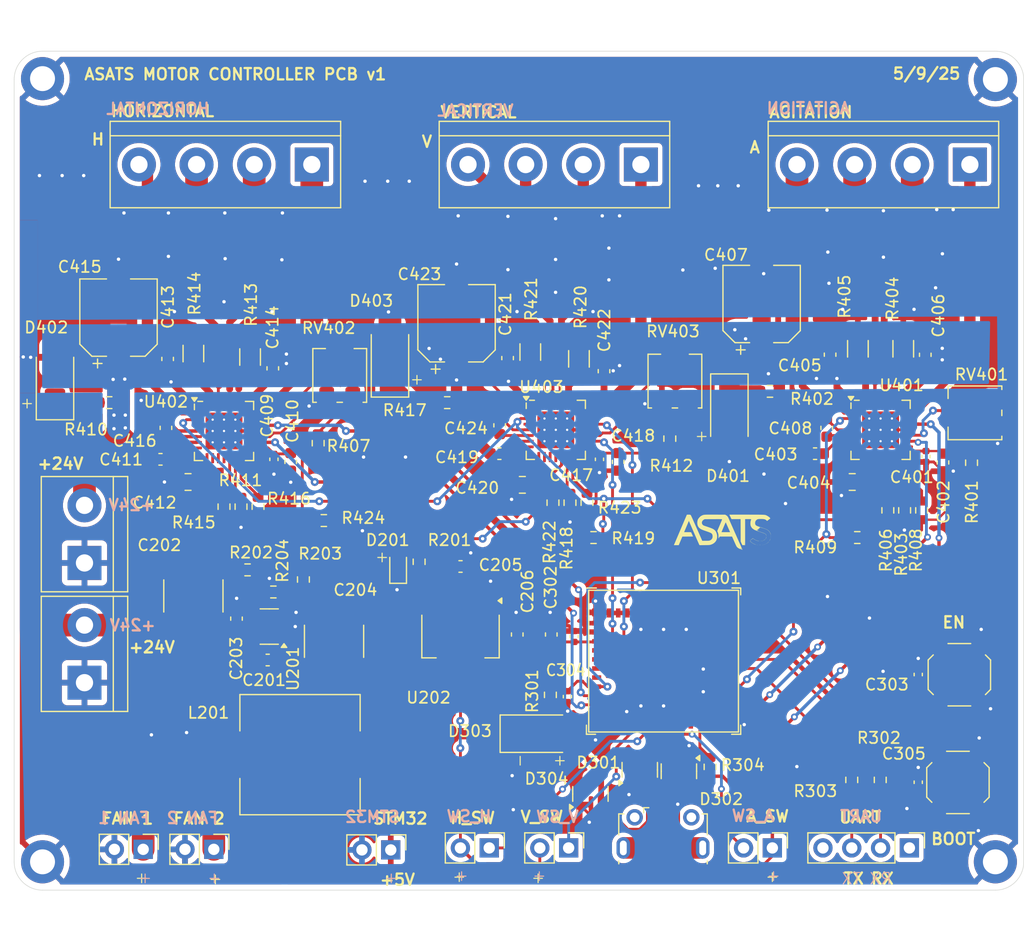
<source format=kicad_pcb>
(kicad_pcb (version 20241229) (generator "pcbnew") (generator_version "9.0")
  (title_block (title "Motor Controller PCB") (date "2025-05-07") (rev "v1") (company "University of California, Santa Cruz"))
  (layers (0 "F.Cu" signal) (2 "B.Cu" signal) (13 "F.Paste" user) (15 "B.Paste" user) (5 "F.SilkS" user "F.Silkscreen") (7 "B.SilkS" user "B.Silkscreen") (1 "F.Mask" user) (3 "B.Mask" user) (25 "Edge.Cuts" user))
  (net 0 "")
  (net 1 "+24V")
  (net 2 "GND")
  (net 3 "/Power Supply/BUCK_SW")
  (net 4 "+5V")
  (net 5 "/Power Supply/BUCK_EN")
  (net 6 "/Power Supply/BUCK_FB")
  (net 7 "/Microcontroller/EN")
  (net 8 "/Microcontroller/BOOT")
  (net 9 "/Stepper Drivers/A_VCP")
  (net 10 "/Stepper Drivers/H_VCP")
  (net 11 "/Stepper Drivers/A_VREG")
  (net 12 "/Stepper Drivers/H_VREG")
  (net 13 "/Stepper Drivers/A_CP1")
  (net 14 "/Stepper Drivers/A_CP2")
  (net 15 "/Stepper Drivers/H_CP2")
  (net 16 "/Stepper Drivers/H_CP1")
  (net 17 "/Stepper Drivers/V_VCP")
  (net 18 "/Stepper Drivers/V_VREG")
  (net 19 "/Stepper Drivers/V_CP1")
  (net 20 "/Stepper Drivers/V_CP2")
  (net 21 "/Power Supply/BUCK_BST")
  (net 22 "/Stepper Drivers/A_FLYBACK")
  (net 23 "/Stepper Drivers/H_FLYBACK")
  (net 24 "Net-(D201-A)")
  (net 25 "/Microcontroller/USB_D-")
  (net 26 "/Microcontroller/USB_D+")
  (net 27 "/Microcontroller/+VBUS")
  (net 29 "/Microcontroller/RXD")
  (net 30 "/Microcontroller/TXD")
  (net 40 "/Microcontroller/AGITATION_SWITCH")
  (net 41 "/Microcontroller/VERTICAL_SWITCH")
  (net 42 "/Microcontroller/HORIZONTAL_SWITCH")
  (net 43 "/Stepper Drivers/AGITATE_2A")
  (net 44 "/Stepper Drivers/AGITATE_2B")
  (net 45 "/Stepper Drivers/AGITATE_1B")
  (net 46 "/Stepper Drivers/AGITATE_1A")
  (net 47 "/Stepper Drivers/HORIZONTAL_1A")
  (net 48 "/Stepper Drivers/HORIZONTAL_2A")
  (net 49 "/Stepper Drivers/HORIZONTAL_1B")
  (net 50 "/Stepper Drivers/HORIZONTAL_2B")
  (net 51 "/Stepper Drivers/VERTICAL_1A")
  (net 52 "/Stepper Drivers/VERTICAL_2B")
  (net 53 "/Stepper Drivers/VERTICAL_2A")
  (net 54 "/Stepper Drivers/VERTICAL_1B")
  (net 55 "/Microcontroller/TXD0")
  (net 56 "/Microcontroller/RXD0")
  (net 57 "/Microcontroller/IO8")
  (net 58 "/Stepper Drivers/A_VREF")
  (net 59 "/Stepper Drivers/H_VREF")
  (net 60 "/Stepper Drivers/A_ROSC")
  (net 61 "/Stepper Drivers/H_ROSC")
  (net 62 "/Stepper Drivers/A_SENSE1")
  (net 63 "/Stepper Drivers/A_SENSE2")
  (net 64 "/Stepper Drivers/A_RESET")
  (net 65 "/Stepper Drivers/H_SENSE1")
  (net 66 "/Stepper Drivers/A_SLEEP")
  (net 67 "/Stepper Drivers/H_SENSE2")
  (net 68 "/Stepper Drivers/H_RESET")
  (net 69 "/Stepper Drivers/H_SLEEP")
  (net 70 "/Stepper Drivers/V_VREF")
  (net 71 "/Stepper Drivers/V_ROSC")
  (net 72 "/Stepper Drivers/V_SENSE1")
  (net 73 "/Stepper Drivers/V_SENSE2")
  (net 74 "/Stepper Drivers/V_RESET")
  (net 75 "/Stepper Drivers/V_SLEEP")
  (net 81 "AGITATION_STEP")
  (net 82 "HORIZONTAL_DIR")
  (net 83 "VERTICAL_STEP")
  (net 84 "HORIZONTAL_STEP")
  (net 88 "VERTICAL_DIR")
  (net 90 "AGITATION_DIR")
  (net 106 "+3.3V")
  (net 107 "/Stepper Drivers/V_FLYBACK")
  (net 108 "/Power Supply/DIGITAL_POWER_+24V")
  (net 114 "DRIVER_ENABLE")
  (net 115 "/Stepper Drivers/A_POT_IN")
  (net 116 "/Stepper Drivers/H_POT_IN")
  (net 117 "/Stepper Drivers/V_POT_IN")
  (footprint "Button_Switch_SMD:SW_Push_1P1T_XKB_TS-1187A" (layer "F.Cu") (at 189.795 129.93 -90)
    (property "Reference" "SW301" (hide yes))
    (property "Value" "SW_Push")
  )
  (footprint "Package_TO_SOT_SMD:SOT-23" (layer "F.Cu") (at 157.27 140.4425 90)
    (property "Reference" "D304")
    (property "Value" "PSM712-LF-T7")
  )
  (footprint "Capacitor_SMD:C_0603_1608Metric" (layer "F.Cu") (at 149.27 107.93 -90)
    (property "Reference" "C424")
    (property "Value" "100n")
  )
  (footprint "Capacitor_SMD:C_0603_1608Metric" (layer "F.Cu") (at 150.82 126.38 90)
    (property "Reference" "C206")
    (property "Value" "10u")
  )
  (footprint "Capacitor_SMD:CP_Elec_6.3x7.7" (layer "F.Cu") (at 172.365 97.23 90)
    (property "Reference" "C407")
    (property "Value" "100u")
  )
  (footprint "Capacitor_SMD:C_0402_1005Metric" (layer "F.Cu") (at 129.37 110.93 90)
    (property "Reference" "C409")
    (property "Value" "100n")
  )
  (footprint "Potentiometer_SMD:Potentiometer_Bourns_3314J_Vertical" (layer "F.Cu") (at 191.17 106.83 -90)
    (property "Reference" "RV401")
    (property "Value" "10k")
  )
  (footprint "Potentiometer_SMD:Potentiometer_Bourns_3314J_Vertical" (layer "F.Cu") (at 135.17 103.53 180)
    (property "Reference" "RV402")
    (property "Value" "10k")
  )
  (footprint "TerminalBlock:TerminalBlock_bornier-4_P5.08mm" (layer "F.Cu") (at 190.72 84.93 180)
    (property "Reference" "J401" (hide yes))
    (property "Value" "Conn_01x04")
  )
  (footprint "Diode_SMD:D_SMA" (layer "F.Cu") (at 152.82 135.13)
    (property "Reference" "D303")
    (property "Value" "SS14")
  )
  (footprint "Capacitor_SMD:C_0603_1608Metric" (layer "F.Cu") (at 145.82 120.38)
    (property "Reference" "C205")
    (property "Value" "10u")
  )
  (footprint "Resistor_SMD:R_0603_1608Metric" (layer "F.Cu") (at 114.85 105.93 180)
    (property "Reference" "R410")
    (property "Value" "10R")
  )
  (footprint "Capacitor_SMD:C_0603_1608Metric" (layer "F.Cu") (at 178.1 108.155 -90)
    (property "Reference" "C408")
    (property "Value" "100n")
  )
  (footprint "Connector_PinHeader_2.54mm:PinHeader_1x04_P2.54mm_Vertical" (layer "F.Cu") (at 185.39 145.205 -90)
    (property "Reference" "J301" (hide yes))
    (property "Value" "Conn_01x04")
  )
  (footprint "MountingHole:MountingHole_2.2mm_M2_DIN965_Pad" (layer "F.Cu") (at 192.97 77.43 -90)
    (property "Reference" "H201" (hide yes))
    (property "Value" "MountingHole_Pad")
  )
  (footprint "MountingHole:MountingHole_2.2mm_M2_DIN965_Pad" (layer "F.Cu") (at 108.97 77.35 -90)
    (property "Reference" "H204" (hide yes))
    (property "Value" "MountingHole_Pad")
  )
  (footprint "Capacitor_SMD:C_0402_1005Metric" (layer "F.Cu") (at 158.07 110.93 90)
    (property "Reference" "C417")
    (property "Value" "100n")
  )
  (footprint "MountingHole:MountingHole_2.2mm_M2_DIN965_Pad" (layer "F.Cu") (at 108.97 146.43 -90)
    (property "Reference" "H203" (hide yes))
    (property "Value" "MountingHole_Pad")
  )
  (footprint "Package_TO_SOT_SMD:SOT-23" (layer "F.Cu") (at 161.62 138.3175 90)
    (property "Reference" "D301")
    (property "Value" "PSM712-LF-T7")
  )
  (footprint "Resistor_SMD:R_0603_1608Metric" (layer "F.Cu") (at 183.49 115.43 90)
    (property "Reference" "R406")
    (property "Value" "10k")
  )
  (footprint "TerminalBlock:TerminalBlock_bornier-4_P5.08mm" (layer "F.Cu") (at 161.72 84.93 180)
    (property "Reference" "J403" (hide yes))
    (property "Value" "Conn_01x04")
  )
  (footprint "Resistor_SMD:R_0603_1608Metric" (layer "F.Cu") (at 133.27 109.505 -90)
    (property "Reference" "R407")
    (property "Value" "24k")
  )
  (footprint "Connector_PinHeader_2.54mm:PinHeader_1x02_P2.54mm_Vertical" (layer "F.Cu") (at 155.35 145.205 -90)
    (property "Reference" "J304" (hide yes))
    (property "Value" "Conn_01x02")
  )
  (footprint "Connector_PinHeader_2.54mm:PinHeader_1x02_P2.54mm_Vertical" (layer "F.Cu") (at 124.07 145.33 -90)
    (property "Reference" "J206" (hide yes))
    (property "Value" "Conn_01x02")
  )
  (footprint "Capacitor_SMD:C_0402_1005Metric" (layer "F.Cu") (at 186.85 110.68 90)
    (property "Reference" "C401")
    (property "Value" "100n")
  )
  (footprint "Resistor_SMD:R_0603_1608Metric" (layer "F.Cu") (at 131.97 121.53 -90)
    (property "Reference" "R203")
    (property "Value" "68k")
  )
  (footprint "Resistor_SMD:R_0603_1608Metric" (layer "F.Cu") (at 142.17 119.965 -90)
    (property "Reference" "R201")
    (property "Value" "5k1")
  )
  (footprint "Capacitor_SMD:C_2220_5750Metric" (layer "F.Cu") (at 134.67 126.98 90)
    (property "Reference" "C204")
    (property "Value" "22u")
  )
  (footprint "LED_SMD:LED_0603_1608Metric" (layer "F.Cu") (at 140.32 120.38 90)
    (property "Reference" "D201")
    (property "Value" "RED")
  )
  (footprint "Resistor_SMD:R_0603_1608Metric" (layer "F.Cu") (at 182.82 139.205 -90)
    (property "Reference" "R302")
    (property "Value" "0R")
  )
  (footprint "Resistor_SMD:R_0603_1608Metric" (layer "F.Cu") (at 164.27 109.105 -90)
    (property "Reference" "R412")
    (property "Value" "24k")
  )
  (footprint "Resistor_SMD:R_1206_3216Metric" (layer "F.Cu") (at 151.97 101.4675 90)
    (property "Reference" "R421")
    (property "Value" "75m")
  )
  (footprint "Connector_PinHeader_2.54mm:PinHeader_1x02_P2.54mm_Vertical" (layer "F.Cu") (at 148.35 145.205 -90)
    (property "Reference" "J305" (hide yes))
    (property "Value" "Conn_01x02")
  )
  (footprint "Capacitor_SMD:C_0805_2012Metric" (layer "F.Cu") (at 121.8 112.93 180)
    (property "Reference" "C412")
    (property "Value" "220n")
  )
  (footprint "Capacitor_SMD:C_0402_1005Metric" (layer "F.Cu") (at 155.242 131.86 -90)
    (property "Reference" "C304")
    (property "Value" "1u")
  )
  (footprint "Connector_PinHeader_2.54mm:PinHeader_1x02_P2.54mm_Vertical" (layer "F.Cu") (at 173.31 145.205 -90)
    (property "Reference" "J303" (hide yes))
    (property "Value" "Conn_01x02")
  )
  (footprint "Capacitor_SMD:CP_Elec_6.3x7.7" (layer "F.Cu") (at 115.67 98.43 90)
    (property "Reference" "C415")
    (property "Value" "100u")
  )
  (footprint "Resistor_SMD:R_1206_3216Metric" (layer "F.Cu") (at 156.26 102.0675 90)
    (property "Reference" "R420")
    (property "Value" "75m")
  )
  (footprint "Capacitor_SMD:C_0402_1005Metric" (layer "F.Cu") (at 155.83 126.555 -90)
    (property "Reference" "C301" (hide yes))
    (property "Value" "100n")
  )
  (footprint "Capacitor_SMD:C_2220_5750Metric" (layer "F.Cu") (at 122.27 122.98 90)
    (property "Reference" "C202")
    (property "Value" "22u")
  )
  (footprint "Diode_SMD:D_SMA" (layer "F.Cu") (at 139.6 101.93 90)
    (property "Reference" "D403")
    (property "Value" "SMAJ28A")
  )
  (footprint "Capacitor_SMD:C_0603_1608Metric" (layer "F.Cu") (at 149.97 102 -90)
    (property "Reference" "C421")
    (property "Value" "100n")
  )
  (footprint "Capacitor_SMD:C_0805_2012Metric" (layer "F.Cu") (at 180.35 112.93 180)
    (property "Reference" "C404")
    (property "Value" "220n")
  )
  (footprint "Resistor_SMD:R_1206_3216Metric" (layer "F.Cu") (at 184.85 101.18 90)
    (property "Reference" "R404")
    (property "Value" "75m")
  )
  (footprint "Resistor_SMD:R_0603_1608Metric" (layer "F.Cu") (at 127.045 120.68)
    (property "Reference" "R202")
    (property "Value" "100k")
  )
  (footprint "Resistor_SMD:R_0603_1608Metric" (layer "F.Cu") (at 190.87 111.23 -90)
    (property "Reference" "R401")
    (property "Value" "24k")
  )
  (footprint "Connector_PinHeader_2.54mm:PinHeader_1x02_P2.54mm_Vertical" (layer "F.Cu") (at 117.845 145.33 -90)
    (property "Reference" "J207" (hide yes))
    (property "Value" "Conn_01x02")
  )
  (footprint "Package_DFN_QFN:QFN-28-1EP_5x5mm_P0.5mm_EP3.25x3.25mm_ThermalVias" (layer "F.Cu") (at 182.85 108.33)
    (property "Reference" "U401")
    (property "Value" "A4988")
  )
  (footprint "Resistor_SMD:R_0603_1608Metric" (layer "F.Cu") (at 180.31 139.205 -90)
    (property "Reference" "R303")
    (property "Value" "0R")
  )
  (footprint "Capacitor_SMD:C_0603_1608Metric" (layer "F.Cu") (at 119.37 110.93 180)
    (property "Reference" "C411")
    (property "Value" "100n")
  )
  (footprint "TerminalBlock:TerminalBlock_bornier-2_P5.08mm" (layer "F.Cu") (at 112.67 120.07 90)
    (property "Reference" "J203" (hide yes))
    (property "Value" "Conn_01x02")
  )
  (footprint "Inductor_SMD:L_10.4x10.4_H4.8" (layer "F.Cu") (at 131.67 136.98)
    (property "Reference" "L201")
    (property "Value" "22u")
  )
  (footprint "Connector_USB:USB_Micro-B_Molex-105017-0001" (layer "F.Cu") (at 163.67 143.9675)
    (property "Reference" "J302" (hide yes))
    (property "Value" "USB_B_Micro")
  )
  (footprint "Capacitor_SMD:C_0603_1608Metric" (layer "F.Cu") (at 149.245 110.43 180)
    (property "Reference" "C419")
    (property "Value" "100n")
  )
  (footprint "Diode_SMD:D_SMA" (layer "F.Cu") (at 110.07 103.93 90)
    (property "Reference" "D402")
    (property "Value" "SMAJ28A")
  )
  (footprint "Capacitor_SMD:C_0603_1608Metric" (layer "F.Cu") (at 186.79 101.71 -90)
    (property "Reference" "C406")
    (property "Value" "100n")
  )
  (footprint "Resistor_SMD:R_0603_1608Metric" (layer "F.Cu") (at 156.97 114.755 90)
    (property "Reference" "R423")
    (property "Value" "100k")
  )
  (footprint "Capacitor_SMD:C_0603_1608Metric" (layer "F.Cu") (at 158.47 103.155 -90)
    (property "Reference" "C422")
    (property "Value" "100n")
  )
  (footprint "Resistor_SMD:R_0603_1608Metric" (layer "F.Cu") (at 153.97 114.755 90)
    (property "Reference" "R422")
    (property "Value" "10k")
  )
  (footprint "Resistor_SMD:R_0603_1608Metric" (layer "F.Cu") (at 180.795 117.83 180)
    (property "Reference" "R409")
    (property "Value" "100k")
  )
  (footprint "Package_TO_SOT_SMD:SOT-223-3_TabPin2" (layer "F.Cu") (at 145.82 126.53 -90)
    (property "Reference" "U202")
    (property "Value" "AMS1117")
  )
  (footprint "Package_TO_SOT_SMD:SOT-23-6" (layer "F.Cu") (at 128.9575 125.68 180)
    (property "Reference" "U201")
    (property "Value" "TP6841S6")
  )
  (footprint "Capacitor_SMD:C_0402_1005Metric" (layer "F.Cu") (at 186.17 139.41 -90)
    (property "Reference" "C305")
    (property "Value" "100n")
  )
  (footprint "Package_DFN_QFN:QFN-28-1EP_5x5mm_P0.5mm_EP3.25x3.25mm_ThermalVias" (layer "F.Cu") (at 154.22 108.33)
    (property "Reference" "U403")
    (property "Value" "A4988")
  )
  (footprint "TerminalBlock:TerminalBlock_bornier-4_P5.08mm" (layer "F.Cu") (at 132.71 84.93 180)
    (property "Reference" "J402" (hide yes))
    (property "Value" "Conn_01x04")
  )
  (footprint "Package_DFN_QFN:QFN-28-1EP_5x5mm_P0.5mm_EP3.25x3.25mm_ThermalVias" (layer "F.Cu") (at 124.97 108.43)
    (property "Reference" "U402")
    (property "Value" "A4988")
  )
  (footprint "Capacitor_SMD:C_0603_1608Metric" (layer "F.Cu") (at 178.4 101.7 -90)
    (property "Reference" "C405")
    (property "Value" "100n")
  )
  (footprint "Package_TO_SOT_SMD:SOT-23" (layer "F.Cu") (at 165.07 138.4425 -90)
    (property "Reference" "D302")
    (property "Value" "PSM712-LF-T7")
  )
  (footprint "Capacitor_SMD:C_0603_1608Metric" (layer "F.Cu") (at 119.85 108.155 -90)
    (property "Reference" "C416")
    (property "Value" "100n")
  )
  (footprint "Resistor_SMD:R_1206_3216Metric" (layer "F.Cu") (at 127.27 101.905 90)
    (property "Reference" "R413")
    (property "Value" "75m")
  )
  (footprint "Resistor_SMD:R_0603_1608Metric" (layer "F.Cu") (at 167.82 138.055 90)
    (property "Reference" "R304")
    (property "Value" "10k")
  )
  (footprint "Resistor_SMD:R_0603_1608Metric" (layer "F.Cu") (at 133.77 116.33)
    (property "Reference" "R424")
    (property "Value" "100k")
  )
  (footprint "Capacitor_SMD:C_0603_1608Metric" (layer "F.Cu") (at 128.82 128.63)
    (property "Reference" "C201")
    (property "Value" "100n")
  )
  (footprint "Espressif:ESP32-C6-MINI-1U" (layer "F.Cu") (at 163.72 126.68)
    (property "Reference" "U301")
    (property "Value" "ESP32-C6-MINI-1")
  )
  (footprint "Capacitor_SMD:C_0603_1608Metric" (layer "F.Cu") (at 153.82 126.38 90)
    (property "Reference" "C302")
    (property "Value" "10u")
  )
  (footprint "Capacitor_SMD:C_0402_1005Metric" (layer "F.Cu") (at 186.17 129.91 -90)
    (property "Reference" "C303")
    (property "Value" "100n")
  )
  (footprint "Resistor_SMD:R_0603_1608Metric" (layer "F.Cu") (at 129.32 122.63)
    (property "Reference" "R204")
    (property "Value" "13k")
  )
  (footprint "MountingHole:MountingHole_2.2mm_M2_DIN965_Pad" (layer "F.Cu") (at 192.97 146.43 -90)
    (property "Reference" "H202" (hide yes))
    (property "Value" "MountingHole_Pad")
  )
  (footprint "Resistor_SMD:R_0603_1608Metric" (layer "F.Cu") (at 153.742 131.705 90)
    (property "Reference" "R301")
    (property "Value" "10k")
  )
  (footprint "Resistor_SMD:R_0603_1608Metric" (layer "F.Cu") (at 127.97 115.105 90)
    (property "Reference" "R416")
    (property "Value" "100k")
  )
  (footprint "Resistor_SMD:R_1206_3216Metric" (layer "F.Cu") (at 180.85 101.18 90)
    (property "Reference" "R405")
    (property "Value" "75m")
  )
  (footprint "TerminalBlock:TerminalBlock_bornier-2_P5.08mm" (layer "F.Cu") (at 112.67 130.63 90)
    (property "Reference" "J201" (hide yes))
    (property "Value" "Conn_01x02")
  )
  (footprint "Button_Switch_SMD:SW_Push_1P1T_XKB_TS-1187A" (layer "F.Cu") (at 189.67 139.43 -90)
    (property "Reference" "SW302" (hide yes))
    (property "Value" "SW_Push")
  )
  (footprint "Capacitor_SMD:C_0603_1608Metric" (layer "F.Cu") (at 130.85 111.155 -90)
    (property "Reference" "C410")
    (property "Value" "10u")
  )
  (footprint "Resistor_SMD:R_0603_1608Metric" (layer "F.Cu") (at 186.47 115.43 90)
    (property "Reference" "R408")
    (property "Value" "100k")
  )
  (footprint "Resistor_SMD:R_0603_1608Metric" (layer "F.Cu") (at 144.645 105.93 180)
    (property "Reference" "R417")
    (property "Value" "10R")
  )
  (footprint "Potentiometer_SMD:Potentiometer_Bourns_3314J_Vertical" (layer "F.Cu") (at 164.72 104.03 180)
    (property "Reference" "RV403")
    (property "Value" "10k")
  )
  (footprint "Capacitor_SMD:C_0603_1608Metric" (layer "F.Cu") (at 129.27 102.905 -90)
    (property "Reference" "C414")
    (property "Value" "100n")
  )
  (footprint "Dorjee's footprints:ASATS_LOGO" (layer "F.Cu") (at 168.8 117.387247)
    (property "Reference" "G***" (hide yes))
    (property "Value" "LOGO" (hide yes))
  )
  (footprint "Resistor_SMD:R_0603_1608Metric" (layer "F.Cu") (at 155.47 114.755 90)
    (property "Reference" "R418")
    (property "Value" "24k")
  )
  (footprint "Capacitor_SMD:C_0603_1608Metric" (layer "F.Cu") (at 126.07 124.98 -90)
    (property "Reference" "C203")
    (property "Value" "100n")
  )
  (footprint "Capacitor_SMD:C_0603_1608Metric" (layer "F.Cu") (at 188.35 111.205 -90)
    (property "Reference" "C402")
    (property "Value" "10u")
  )
  (footprint "Resistor_SMD:R_0603_1608Metric" (layer "F.Cu") (at 157.545 117.83)
    (property "Reference" "R419")
    (property "Value" "100k")
  )
  (footprint "Resistor_SMD:R_0603_1608Metric" (layer "F.Cu") (at 126.47 115.105 90)
    (property "Reference" "R411")
    (property "Value" "24k")
  )
  (footprint "Diode_SMD:D_SMA" (layer "F.Cu") (at 169.52 106.905 -90)
    (property "Reference" "D401")
    (property "Value" "SMAJ28A")
  )
  (footprint "Resistor_SMD:R_1206_3216Metric" (layer "F.Cu") (at 122.27 101.6 90)
    (property "Reference" "R414")
    (property "Value" "75m")
  )
  (footprint "Resistor_SMD:R_0603_1608Metric" (layer "F.Cu") (at 124.97 115.105 90)
    (property "Reference" "R415")
    (property "Value" "10k")
  )
  (footprint "Connector_PinHeader_2.54mm:PinHeader_1x02_P2.54mm_Vertical" (layer "F.Cu") (at 139.67 145.38 -90)
    (property "Reference" "J202" (hide yes))
    (property "Value" "Conn_01x02")
  )
  (footprint "Capacitor_SMD:C_0603_1608Metric" (layer "F.Cu") (at 177.075 110.43 180)
    (property "Reference" "C403")
    (property "Value" "100n")
  )
  (footprint "Capacitor_SMD:C_0603_1608Metric" (layer "F.Cu") (at 159.72 111.155 -90)
    (property "Reference" "C418")
    (property "Value" "10u")
  )
  (footprint "Capacitor_SMD:CP_Elec_6.3x7.7" (layer "F.Cu") (at 145.47 98.93 90)
    (property "Reference" "C423")
    (property "Value" "100u")
  )
  (footprint "Capacitor_SMD:C_0603_1608Metric" (layer "F.Cu") (at 120 102.075 -90)
    (property "Reference" "C413")
    (property "Value" "100n")
  )
  (footprint "Resistor_SMD:R_0603_1608Metric" (layer "F.Cu") (at 173.1 104.93 180)
    (property "Reference" "R402")
    (property "Value" "10R")
  )
  (footprint "Resistor_SMD:R_0603_1608Metric" (layer "F.Cu") (at 184.97 115.43 90)
    (property "Reference" "R403")
    (property "Value" "24k")
  )
  (footprint "Capacitor_SMD:C_0805_2012Metric" (layer "F.Cu") (at 151.27 113.18 180)
    (property "Reference" "C420")
    (property "Value" "220n")
  )
  (gr_arc (start 106.47 77.43) (mid 107.202233 75.662233) (end 108.97 74.93) (stroke (width 0.05)) (layer "Edge.Cuts"))
  (gr_arc (start 192.97 74.93) (mid 194.737767 75.662233) (end 195.47 77.43) (stroke (width 0.05)) (layer "Edge.Cuts"))
  (gr_line (start 108.97 148.93) (end 192.97 148.93) (stroke (width 0.05)) (layer "Edge.Cuts"))
  (gr_line (start 106.47 77.43) (end 106.47 146.43) (stroke (width 0.05)) (layer "Edge.Cuts"))
  (gr_line (start 195.47 146.43) (end 195.47 77.43) (stroke (width 0.05)) (layer "Edge.Cuts"))
  (gr_line (start 192.97 74.93) (end 108.97 74.93) (stroke (width 0.05)) (layer "Edge.Cuts"))
  (gr_arc (start 195.47 146.43) (mid 194.737767 148.197767) (end 192.97 148.93) (stroke (width 0.05)) (layer "Edge.Cuts"))
  (gr_arc (start 108.97 148.93) (mid 107.202233 148.197767) (end 106.47 146.43) (stroke (width 0.05)) (layer "Edge.Cuts"))
  (gr_text "VERTICAL" (at 143.94 80.9 0) (layer "F.SilkS") (effects (font (size 1 1) (thickness 0.2) (bold yes)) (justify left bottom)))
  (gr_text "+" (at 152.15 147.2 270) (layer "F.SilkS") (effects (font (size 1 1) (thickness 0.1)) (justify left bottom)))
  (gr_text "+" (at 123.7 147.3 270) (layer "F.SilkS") (effects (font (size 1 1) (thickness 0.1)) (justify left bottom)))
  (gr_text "V_SW" (at 151 143.05 0) (layer "F.SilkS") (effects (font (size 1 1) (thickness 0.2) (bold yes)) (justify left bottom)))
  (gr_text "V" (at 142.3 83.5 0) (layer "F.SilkS") (effects (font (size 1 1) (thickness 0.2) (bold yes)) (justify left bottom)))
  (gr_text "STM32" (at 138 143.2 0) (layer "F.SilkS") (effects (font (size 1 1) (thickness 0.2) (bold yes)) (justify left bottom)))
  (gr_text "5/9/25" (at 183.825 77.5 0) (layer "F.SilkS") (effects (font (size 1 1) (thickness 0.2) (bold yes)) (justify left bottom)))
  (gr_text "+" (at 107.1 105.33 270) (layer "F.SilkS") (effects (font (size 1 1) (thickness 0.1)) (justify left bottom)))
  (gr_text "BOOT" (at 187.2 145 0) (layer "F.SilkS") (effects (font (size 1 1) (thickness 0.2) (bold yes)) (justify left bottom)))
  (gr_text "+5V" (at 138.6 148.6 0) (layer "F.SilkS") (effects (font (size 1 1) (thickness 0.2) (bold yes)) (justify left bottom)))
  (gr_text "+" (at 141.47 103.23 270) (layer "F.SilkS") (effects (font (size 1 1) (thickness 0.1)) (justify left bottom)))
  (gr_text "AGITATION" (at 172.94 80.9 0) (layer "F.SilkS") (effects (font (size 1 1) (thickness 0.2) (bold yes)) (justify left bottom)))
  (gr_text "+" (at 117.2 147.2 270) (layer "F.SilkS") (effects (font (size 1 1) (thickness 0.1)) (justify left bottom)))
  (gr_text "+" (at 172.8 147.1 270) (layer "F.SilkS") (effects (font (size 1 1) (thickness 0.1)) (justify left bottom)))
  (gr_text "RX" (at 181.9 148.5 0) (layer "F.SilkS") (effects (font (size 1 1) (thickness 0.2) (bold yes)) (justify left bottom)))
  (gr_text "TX" (at 179.5 148.5 0) (layer "F.SilkS") (effects (font (size 1 1) (thickness 0.2) (bold yes)) (justify left bottom)))
  (gr_text "ASATS MOTOR CONTROLLER PCB v1" (at 112.55 77.55 0) (layer "F.SilkS") (effects (font (size 1 1) (thickness 0.2) (bold yes)) (justify left bottom)))
  (gr_text "EN" (at 188.2 125.9 0) (layer "F.SilkS") (effects (font (size 1 1) (thickness 0.2) (bold yes)) (justify left bottom)))
  (gr_text "+" (at 154.07 136.83 270) (layer "F.SilkS") (effects (font (size 1 1) (thickness 0.1)) (justify left bottom)))
  (gr_text "FAN 1" (at 114.1 143.2 0) (layer "F.SilkS") (effects (font (size 1 1) (thickness 0.2) (bold yes)) (justify left bottom)))
  (gr_text "-" (at 150.57 136.83 270) (layer "F.SilkS") (effects (font (size 1 1) (thickness 0.1)) (justify left bottom)))
  (gr_text "+24V" (at 116.48 128.09 0) (layer "F.SilkS") (effects (font (size 1 1) (thickness 0.2) (bold yes)) (justify left bottom)))
  (gr_text "+" (at 138.4 118.9 270) (layer "F.SilkS") (effects (font (size 1 1) (thickness 0.1)) (justify left bottom)))
  (gr_text "+" (at 145.2 147.1 270) (layer "F.SilkS") (effects (font (size 1 1) (thickness 0.1)) (justify left bottom)))
  (gr_text "A" (at 171.2 84 0) (layer "F.SilkS") (effects (font (size 1 1) (thickness 0.2) (bold yes)) (justify left bottom)))
  (gr_text "+" (at 166.57 108.23 270) (layer "F.SilkS") (effects (font (size 1 1) (thickness 0.1)) (justify left bottom)))
  (gr_text "H" (at 113.2 83.3 0) (layer "F.SilkS") (effects (font (size 1 1) (thickness 0.2) (bold yes)) (justify left bottom)))
  (gr_text "FAN 2" (at 120.4 143.2 0) (layer "F.SilkS") (effects (font (size 1 1) (thickness 0.2) (bold yes)) (justify left bottom)))
  (gr_text "UART" (at 179.1 143.1 0) (layer "F.SilkS") (effects (font (size 1 1) (thickness 0.2) (bold yes)) (justify left bottom)))
  (gr_text "H_SW" (at 144.8 143.15 0) (layer "F.SilkS") (effects (font (size 1 1) (thickness 0.2) (bold yes)) (justify left bottom)))
  (gr_text "HORIZONTAL" (at 114.9 80.8 0) (layer "F.SilkS") (effects (font (size 1 1) (thickness 0.2) (bold yes)) (justify left bottom)))
  (gr_text "+24V" (at 108.42 111.9 0) (layer "F.SilkS") (effects (font (size 1 1) (thickness 0.2) (bold yes)) (justify left bottom)))
  (gr_text "A_SW" (at 170.9 143 0) (layer "F.SilkS") (effects (font (size 1 1) (thickness 0.2) (bold yes)) (justify left bottom)))
  (gr_text "+" (at 118.7 148.4 0) (layer "B.SilkS") (effects (font (size 1 1) (thickness 0.1)) (justify left bottom mirror)))
  (gr_text "FAN 2" (at 124.55 143.15 0) (layer "B.SilkS") (effects (font (size 1 1) (thickness 0.2) (bold yes)) (justify left bottom mirror)))
  (gr_text "AGITATION" (at 180.25 80.55 0) (layer "B.SilkS") (effects (font (size 1 1) (thickness 0.2) (bold yes)) (justify left bottom mirror)))
  (gr_text "+" (at 140.4 148.4 0) (layer "B.SilkS") (effects (font (size 1 1) (thickness 0.1)) (justify left bottom mirror)))
  (gr_text "+" (at 174.1 148.2 0) (layer "B.SilkS") (effects (font (size 1 1) (thickness 0.1)) (justify left bottom mirror)))
  (gr_text "STM32" (at 140.55 143.05 0) (layer "B.SilkS") (effects (font (size 1 1) (thickness 0.2) (bold yes)) (justify left bottom mirror)))
  (gr_text "+" (at 153.45 148.2 0) (layer "B.SilkS") (effects (font (size 1 1) (thickness 0.1)) (justify left bottom mirror)))
  (gr_text "+24V" (at 118.95 115.55 0) (layer "B.SilkS") (effects (font (size 1 1) (thickness 0.2) (bold yes)) (justify left bottom mirror)))
  (gr_text "FAN 1" (at 118.5 143.15 0) (layer "B.SilkS") (effects (font (size 1 1) (thickness 0.2) (bold yes)) (justify left bottom mirror)))
  (gr_text "H_SW" (at 148.65 143 0) (layer "B.SilkS") (effects (font (size 1 1) (thickness 0.2) (bold yes)) (justify left bottom mirror)))
  (gr_text "VERTICAL" (at 150.6 80.75 0) (layer "B.SilkS") (effects (font (size 1 1) (thickness 0.2) (bold yes)) (justify left bottom mirror)))
  (gr_text "A_SW" (at 173.6 142.95 0) (layer "B.SilkS") (effects (font (size 1 1) (thickness 0.2) (bold yes)) (justify left bottom mirror)))
  (gr_text "+" (at 146.6 148.2 0) (layer "B.SilkS") (effects (font (size 1 1) (thickness 0.1)) (justify left bottom mirror)))
  (gr_text "V_SW" (at 156.35 143.05 0) (layer "B.SilkS") (effects (font (size 1 1) (thickness 0.2) (bold yes)) (justify left bottom mirror)))
  (gr_text "UART" (at 183.1 143 0) (layer "B.SilkS") (effects (font (size 1 1) (thickness 0.2) (bold yes)) (justify left bottom mirror)))
  (gr_text "TX" (at 181.2 148.5 0) (layer "B.SilkS") (effects (font (size 1 1) (thickness 0.1)) (justify left bottom mirror)))
  (gr_text "HORIZONTAL" (at 123.8 80.6 0) (layer "B.SilkS") (effects (font (size 1 1) (thickness 0.2) (bold yes)) (justify left bottom mirror)))
  (gr_text "RX" (at 183.9 148.5 0) (layer "B.SilkS") (effects (font (size 1 1) (thickness 0.1)) (justify left bottom mirror)))
  (gr_text "+24V" (at 119.05 126.15 0) (layer "B.SilkS") (effects (font (size 1 1) (thickness 0.2) (bold yes)) (justify left bottom mirror)))
  (gr_text "+" (at 124.8 148.4 0) (layer "B.SilkS") (effects (font (size 1 1) (thickness 0.1)) (justify left bottom mirror)))
  (segment (start 115.675 105.93) (end 115.675 104.33) (width 2) (layer "F.Cu") (net 1))
  (segment (start 158.47 104.93) (end 157.47 105.93) (width 0.6) (layer "F.Cu") (net 1))
  (segment (start 152.72 105.93) (end 151.93 105.93) (width 0.25) (layer "F.Cu") (net 1))
  (segment (start 172.365 99.93) (end 170.17 99.93) (width 2) (layer "F.Cu") (net 1))
  (segment (start 112.67 111.53) (end 115.675 108.525) (width 2) (layer "F.Cu") (net 1))
  (segment (start 158.47 103.93) (end 158.47 104.93) (width 0.6) (layer "F.Cu") (net 1))
  (segment (start 159.97 102.43) (end 159.97 102.53) (width 0.6) (layer "F.Cu") (net 1))
  (segment (start 148.47 110.43) (end 148.369 110.43) (width 1) (layer "F.Cu") (net 1))
  (segment (start 177.2 103.8) (end 177.2 103.675) (width 0.6) (layer "F.Cu") (net 1))
  (segment (start 116.19 108.525) (end 118.494 110.829) (width 1) (layer "F.Cu") (net 1))
  (segment (start 158.47 103.93) (end 159.28 103.12) (width 0.6) (layer "F.Cu") (net 1))
  (segment (start 145.47 107.531) (end 145.47 105.93) (width 1) (layer "F.Cu") (net 1))
  (segment (start 185.11 105.17) (end 184.35 105.93) (width 0.3) (layer "F.Cu") (net 1))
  (segment (start 172.965 103.38) (end 172.365 103.38) (width 1) (layer "F.Cu") (net 1))
  (segment (start 173.925 108.156) (end 176.199 110.43) (width 1) (layer "F.Cu") (net 1))
  (segment (start 129.27 103.68) (end 130.47 102.48) (width 0.6) (layer "F.Cu") (net 1))
  (segment (start 157.47 105.93) (end 156.97 105.93) (width 0.6) (layer "F.Cu") (net 1))
  (segment (start 178.4 103.2) (end 179 103.8) (width 0.6) (layer "F.Cu") (net 1))
  (segment (start 172.365 99.93) (end 172.365 103.38) (width 1) (layer "F.Cu") (net 1))
  (segment (start 120.3 104.1) (end 120 103.8) (width 0.6) (layer "F.Cu") (net 1))
  (segment (start 151.93 105.93) (end 151.3 105.3) (width 0.25) (layer "F.Cu") (net 1))
  (segment (start 150.05 104.05) (end 151.3 105.3) (width 0.6) (layer "F.Cu") (net 1))
  (segment (start 186.79 102.485) (end 187.955 102.485) (width 1) (layer "F.Cu") (net 1))
  (segment (start 115.67 103.43) (end 115.67 104.325) (width 2) (layer "F.Cu") (net 1))
  (segment (start 173.925 104.93) (end 173.925 108.156) (width 1) (layer "F.Cu") (net 1))
  (segment (start 181.35 105.93) (end 180.8 105.93) (width 0.3) (layer "F.Cu") (net 1))
  (segment (start 115.67 104.325) (end 115.675 104.33) (width 2) (layer "F.Cu") (net 1))
  (segment (start 179 104.6) (end 180.33 105.93) (width 0.6) (layer "F.Cu") (net 1))
  (segment (start 172.965 103.38) (end 173.925 104.34) (width 1) (layer "F.Cu") (net 1))
  (segment (start 159.28 103.12) (end 159.97 102.43) (width 0.6) (layer "F.Cu") (net 1))
  (segment (start 130.47 102.48) (end 130.47 101.646) (width 0.6) (layer "F.Cu") (net 1))
  (segment (start 179 103.8) (end 179 104.6) (width 0.6) (layer "F.Cu") (net 1))
  (segment (start 186.79 103.49) (end 185.11 105.17) (width 1) (layer "F.Cu") (net 1))
  (segment (start 180.33 105.93) (end 180.8 105.93) (width 0.6) (layer "F.Cu") (net 1))
  (segment (start 129.27 103.68) (end 126.92 106.03) (width 0.6) (layer "F.Cu") (net 1))
  (segment (start 155.72 105.93) (end 156.97 105.93) (width 0.25) (layer "F.Cu") (net 1))
  (segment (start 149.97 103.97) (end 150.05 104.05) (width 0.6) (layer "F.Cu") (net 1))
  (segment (start 115.675 108.525) (end 115.675 105.93) (width 2) (layer "F.Cu") (net 1))
  (segment (start 187.955 102.485) (end 188.286 102.154) (width 1) (layer "F.Cu") (net 1))
  (segment (start 123.24 105.8) (end 122 105.8) (width 0.25) (layer "F.Cu") (net 1))
  (segment (start 148.369 110.43) (end 145.47 107.531) (width 1) (layer "F.Cu") (net 1))
  (segment (start 123.47 106.03) (end 123.24 105.8) (width 0.25) (layer "F.Cu") (net 1))
  (segment (start 186.79 102.485) (end 186.79 103.49) (width 1) (layer "F.Cu") (net 1))
  (segment (start 120 103.8) (end 120 102.85) (width 0.6) (layer "F.Cu") (net 1))
  (segment (start 112.67 111.53) (end 112.67 114.99) (width 2) (layer "F.Cu") (net 1))
  (segment (start 145.47 101.63) (end 145.47 103.93) (width 1) (layer "F.Cu") (net 1))
  (segment (start 149.97 102.775) (end 149.97 103.97) (width 0.6) (layer "F.Cu") (net 1))
  (segment (start 188.286 101.138) (end 188.286 102.154) (width 1) (layer "F.Cu") (net 1))
  (segment (start 177.2 103.675) (end 178.4 102.475) (width 0.6) (layer "F.Cu") (net 1))
  (segment (start 120.3 104.1) (end 122 105.8) (width 0.6) (layer "F.Cu") (net 1))
  (segment (start 115.67 101.13) (end 115.67 103.43) (width 2) (layer "F.Cu") (net 1))
  (segment (start 178.4 102.475) (end 178.4 103.2) (width 0.6) (layer "F.Cu") (net 1))
  (segment (start 180.8 105.93) (end 180.7 105.93) (width 0.3) (layer "F.Cu") (net 1))
  (segment (start 173.925 104.34) (end 173.925 104.93) (width 1) (layer "F.Cu") (net 1))
  (segment (start 159.97 102.53) (end 159.838 102.662) (width 0.6) (layer "F.Cu") (net 1))
  (segment (start 126.92 106.03) (end 126.596 106.03) (width 0.6) (layer "F.Cu") (net 1))
  (segment (start 145.47 105.93) (end 145.47 103.93) (width 1) (layer "F.Cu") (net 1))
  (segment (start 145.47 101.63) (end 143.22 101.63) (width 2) (layer "F.Cu") (net 1))
  (via (at 145.47 103.93) (size 0.7) (drill 0.3) (layers "F.Cu" "B.Cu") (net 1))
  (via (at 115.27 107.03) (size 0.7) (drill 0.3) (layers "F.Cu" "B.Cu") (net 1))
  (via (at 144.05 102.1) (size 0.7) (drill 0.3) (layers "F.Cu" "B.Cu") (net 1))
  (via (at 120.3 104.1) (size 0.7) (drill 0.3) (layers "F.Cu" "B.Cu") (net 1))
  (via (at 188.286 101.138) (size 0.6) (drill 0.3) (layers "F.Cu" "B.Cu") (net 1))
  (via (at 130.47 101.646) (size 0.6) (drill 0.3) (layers "F.Cu" "B.Cu") (net 1))
  (via (at 116.22 103.855) (size 0.7) (drill 0.3) (layers "F.Cu" "B.Cu") (net 1))
  (via (at 188.286 102.154) (size 0.6) (drill 0.3) (layers "F.Cu" "B.Cu") (net 1))
  (via (at 170 99.5) (size 0.7) (drill 0.3) (layers "F.Cu" "B.Cu") (net 1))
  (via (at 172.965 103.38) (size 0.7) (drill 0.3) (layers "F.Cu" "B.Cu") (net 1))
  (via (at 170.95 100.3) (size 0.7) (drill 0.3) (layers "F.Cu" "B.Cu") (net 1))
  (via (at 115.195 103.88) (size 0.7) (drill 0.3) (layers "F.Cu" "B.Cu") (net 1))
  (via (at 115.27 108.23) (size 0.7) (drill 0.3) (layers "F.Cu" "B.Cu") (net 1))
  (via (at 130.47 102.48) (size 0.6) (drill 0.3) (layers "F.Cu" "B.Cu") (net 1))
  (via (at 150.05 104.05) (size 0.7) (drill 0.3) (layers "F.Cu" "B.Cu") (net 1))
  (via (at 179 103.8) (size 0.7) (drill 0.3) (layers "F.Cu" "B.Cu") (net 1))
  (via (at 159.28 103.12) (size 0.6) (drill 0.3) (layers "F.Cu" "B.Cu") (net 1))
  (via (at 116.27 107.03) (size 0.7) (drill 0.3) (layers "F.Cu" "B.Cu") (net 1))
  (via (at 177.2 103.8) (size 0.7) (drill 0.3) (layers "F.Cu" "B.Cu") (net 1))
  (via (at 116.27 108.155) (size 0.7) (drill 0.3) (layers "F.Cu" "B.Cu") (net 1))
  (via (at 143.05 101.15) (size 0.7) (drill 0.3) (layers "F.Cu" "B.Cu") (net 1))
  (via (at 159.838 102.662) (size 0.6) (drill 0.3) (layers "F.Cu" "B.Cu") (net 1))
  (segment (start 115.67 103.43) (end 115.67 107.03) (width 2) (layer "B.Cu") (net 1))
  (segment (start 115.645 108.18) (end 115.67 108.155) (width 2) (layer "B.Cu") (net 1))
  (segment (start 115.67 107.03) (end 115.67 108.155) (width 2) (layer "B.Cu") (net 1))
  (segment (start 131.25 125.68) (end 131.32 125.61) (width 0.6) (layer "F.Cu") (net 2))
  (segment (start 124.47 107.93) (end 124.97 108.43) (width 0.25) (layer "F.Cu") (net 2))
  (segment (start 126.07 124.205) (end 126.07 123.2) (width 1) (layer "F.Cu") (net 2))
  (segment (start 157.77 134.33) (end 157.77 135.63) (width 0.3) (layer "F.Cu") (net 2))
  (segment (start 165.695 131.355) (end 167.145 131.355) (width 0.3) (layer "F.Cu") (net 2))
  (segment (start 130.095 125.68) (end 131.25 125.68) (width 0.6) (layer "F.Cu") (net 2))
  (segment (start 166.02 136.23) (end 165.97 136.18) (width 0.3) (layer "F.Cu") (net 2))
  (segment (start 188.35 111.98) (end 189.25 111.98) (width 0.5) (layer "F.Cu") (net 2))
  (segment (start 157.82 134.28) (end 157.77 134.33) (width 0.3) (layer "F.Cu") (net 2))
  (segment (start 166.12 125.53) (end 165.72 125.93) (width 0.3) (layer "F.Cu") (net 2))
  (segment (start 165.695 127.405) (end 165.695 125.955) (width 0.3) (layer "F.Cu") (net 2))
  (segment (start 107.895 101.9) (end 107.271 101.9) (width 0.6) (layer "F.Cu") (net 2))
  (segment (start 182.35 107.83) (end 182.85 108.33) (width 0.25) (layer "F.Cu") (net 2))
  (segment (start 156.32 141.38) (end 157.17 142.23) (width 0.25) (layer "F.Cu") (net 2))
  (segment (start 126.47 115.93) (end 126.47 116.93) (width 0.5) (layer "F.Cu") (net 2))
  (segment (start 181.85 107.33) (end 182.85 108.33) (width 0.25) (layer "F.Cu") (net 2))
  (segment (start 165.695 129.38) (end 167.17 129.38) (width 0.3) (layer "F.Cu") (net 2))
  (segment (start 193.17 107.98) (end 193.17 109.53) (width 1) (layer "F.Cu") (net 2))
  (segment (start 169.67 134.33) (end 170.83 134.33) (width 0.5) (layer "F.Cu") (net 2))
  (segment (start 165.695 125.955) (end 165.72 125.93) (width 0.3) (layer "F.Cu") (net 2))
  (segment (start 163.57 106.03) (end 162.07 106.03) (width 1) (layer "F.Cu") (net 2))
  (segment (start 180.45 107.83) (end 182.35 107.83) (width 0.25) (layer "F.Cu") (net 2))
  (segment (start 191.545 136.43) (end 191.545 135.505) (width 0.5) (layer "F.Cu") (net 2))
  (segment (start 127.37 108.43) (end 124.97 108.43) (width 0.3) (layer "F.Cu") (net 2))
  (segment (start 129.37 111.41) (end 129.37 112.24) (width 0.5) (layer "F.Cu") (net 2))
  (segment (start 162.12 125.53) (end 161.72 125.93) (width 0.3) (layer "F.Cu") (net 2))
  (segment (start 179.4 112.93) (end 179.4 114.12) (width 0.5) (layer "F.Cu") (net 2))
  (segment (start 134.67 124.43) (end 131.32 124.43) (width 0.6) (layer "F.Cu") (net 2))
  (segment (start 146.595 119.305) (end 146.72 119.18) (width 0.3) (layer "F.Cu") (net 2))
  (segment (start 148.12 122.03) (end 148.47 121.68) (width 0.3) (layer "F.Cu") (net 2))
  (segment (start 153.82 125.605) (end 153.82 124.53) (width 0.3) (layer "F.Cu") (net 2))
  (segment (start 157.715 126.075) (end 157.82 126.18) (width 0.3) (layer "F.Cu") (net 2))
  (segment (start 157.82 133.38) (end 157.82 134.28) (width 0.3) (layer "F.Cu") (net 2))
  (segment (start 185.25 108.33) (end 182.85 108.33) (width 0.25) (layer "F.Cu") (net 2))
  (segment (start 140.32 121.1675) (end 140.32 122.33) (width 0.3) (layer "F.Cu") (net 2))
  (segment (start 169.52 108.905) (end 169.52 111.13) (width 2) (layer "F.Cu") (net 2))
  (segment (start 158.07 111.41) (end 158.07 112.1) (width 0.4) (layer "F.Cu") (net 2))
  (segment (start 155.242 132.34) (end 155.242 133.118) (width 0.25) (layer "F.Cu") (net 2))
  (segment (start 163.72 127.405) (end 163.72 125.93) (width 0.3) (layer "F.Cu") (net 2))
  (segment (start 191.67 132.93) (end 192.545 132.93) (width 0.5) (layer "F.Cu") (net 2))
  (segment (start 157.77 124.43) (end 157.77 123.48) (width 0.3) (layer "F.Cu") (net 2))
  (segment (start 186.85 111.16) (end 187.53 111.16) (width 0.25) (layer "F.Cu") (net 2))
  (segment (start 184.97 116.255) (end 184.97 117.15) (width 0.25) (layer "F.Cu") (net 2))
  (segment (start 186.17 129.43) (end 186.17 128.49) (width 0.5) (layer "F.Cu") (net 2))
  (segment (start 191.67 125.98) (end 191.72 125.93) (width 0.3) (layer "F.Cu") (net 2))
  (segment (start 167.17 129.38) (end 167.22 129.43) (width 0.3) (layer "F.Cu") (net 2))
  (segment (start 187.53 111.16) (end 188.35 111.98) (width 0.25) (layer "F.Cu") (net 2))
  (segment (start 139.6 99.93) (end 139.6 97.93) (width 2) (layer "F.Cu") (net 2))
  (segment (start 191.545 143.605) (end 191.47 143.68) (width 0.3) (layer "F.Cu") (net 2))
  (segment (start 159.72 111.93) (end 158.24 111.93) (width 0.4) (layer "F.Cu") (net 2))
  (segment (start 184.97 117.15) (end 184.95 117.17) (width 0.25) (layer "F.Cu") (net 2))
  (segment (start 170.835 94.53) (end 170.81 94.555) (width 2) (layer "F.Cu") (net 2))
  (segment (start 115.67 95.73) (end 115.67 93.28) (width 2) (layer "F.Cu") (net 2))
  (segment (start 161.745 127.405) (end 161.745 125.955) (width 0.3) (layer "F.Cu") (net 2))
  (segment (start 160.52 134.28) (end 160.52 133.23) (width 0.3) (layer "F.Cu") (net 2))
  (segment (start 128.495 122.63) (end 128.495 121.905) (width 0.6) (layer "F.Cu") (net 2))
  (segment (start 123.97 107.43) (end 124.97 108.43) (width 0.25) (layer "F.Cu") (net 2))
  (segment (start 157.77 135.63) (end 157.72 135.68) (width 0.3) (layer "F.Cu") (net 2))
  (segment (start 161.745 125.955) (end 161.72 125.93) (width 0.3) (layer "F.Cu") (net 2))
  (segment (start 151.82 107.83) (end 153.72 107.83) (width 0.25) (layer "F.Cu") (net 2))
  (segment (start 166.12 124.48) (end 166.12 125.53) (width 0.3) (layer "F.Cu") (net 2))
  (segment (start 172.365 94.53) (end 170.835 94.53) (width 2) (layer "F.Cu") (net 2))
  (segment (start 157.82 124.48) (end 157.77 124.43) (width 0.3) (layer "F.Cu") (net 2))
  (segment (start 167.145 131.355) (end 167.22 131.43) (width 0.3) (layer "F.Cu") (net 2))
  (segment (start 158.24 111.93) (end 158.07 112.1) (width 0.4) (layer "F.Cu") (net 2))
  (segment (start 156.62 108.33) (end 154.22 108.33) (width 0.3) (layer "F.Cu") (net 2))
  (segment (start 130.85 111.93) (end 130.85 112.95) (width 0.5) (layer "F.Cu") (net 2))
  (segment (start 134.02 105.53) (end 133.17 105.53) (width 1) (layer "F.Cu") (net 2))
  (segment (start 133.17 105.53) (end 132.47 106.23) (width 1) (layer "F.Cu") (net 2))
  (segment (start 145.47 96.23) (end 145.47 93.705) (width 2) (layer "F.Cu") (net 2))
  (segment (start 153.82 124.53) (end 153.72 124.43) (width 0.3) (layer "F.Cu") (net 2))
  (segment (start 189.25 111.98) (end 189.26 111.97) (width 0.25) (layer "F.Cu") (net 2))
  (segment (start 191.545 142.43) (end 191.545 143.605) (width 0.3) (layer "F.Cu") (net 2))
  (segment (start 160.52 133.23) (end 160.47 133.18) (width 0.3) (layer "F.Cu") (net 2))
  (segment (start 122.57 107.93) (end 124.47 107.93) (width 0.25) (layer "F.Cu") (net 2))
  (segment (start 157.17 142.23) (end 157.17 142.94) (width 0.25) (layer "F.Cu") (net 2))
  (segment (start 146.595 120.38) (end 146.595 119.305) (width 0.3) (layer "F.Cu") (net 2))
  (segment (start 150.82 124.53) (end 150.72 124.43) (width 0.3) (layer "F.Cu") (net 2))
  (segment (start 191.67 126.93) (end 191.67 125.98) (width 0.3) (layer "F.Cu") (net 2))
  (segment (start 163.72 131.355) (end 163.72 132.68) (width 0.3) (layer "F.Cu") (net 2))
  (segment (start 164.97 142.505) (end 164.97 141.35) (width 0.25) (layer "F.Cu") (net 2))
  (segment (start 155.83 126.075) (end 157.715 126.075) (width 0.3) (layer "F.Cu") (net 2))
  (segment (start 140.32 122.33) (end 140.22 122.43) (width 0.3) (layer "F.Cu") (net 2))
  (segment (start 150.32 113.18) (end 150.32 114.46) (width 0.4) (layer "F.Cu") (net 2))
  (segment (start 148.12 123.38) (end 148.12 122.03) (width 0.3) (layer "F.Cu") (net 2))
  (segment (start 169.67 124.43) (end 157.77 124.43) (width 0.3) (layer "F.Cu") (net 2))
  (segment (start 160.67 139.255) (end 160.67 140.5) (width 0.5) (layer "F.Cu") (net 2))
  (segment (start 163.72 124.48) (end 163.72 125.93) (width 0.3) (layer "F.Cu") (net 2))
  (segment (start 161.745 132.655) (end 161.72 132.68) (width 0.3) (layer "F.Cu") (net 2))
  (segment (start 186.17 138.93) (end 186.17 138.105) (width 0.5) (layer "F.Cu") (net 2))
  (segment (start 161.745 131.355) (end 161.745 132.655) (width 0.3) (layer "F.Cu") (net 2))
  (segment (start 155.47 115.58) (end 155.47 116.46) (width 0.4) (layer "F.Cu") (net 2))
  (segment (start 153.82 125.605) (end 155.36 125.605) (width 0.3) (layer "F.Cu") (net 2))
  (segment (start 131.32 125.61) (end 131.32 124.43) (width 0.6) (layer "F.Cu") (net 2))
  (segment (start 155.36 125.605) (end 155.83 126.075) (width 0.3) (layer "F.Cu") (net 2))
  (segment (start 155.242 133.118) (end 155.266 133.142) (width 0.25) (layer "F.Cu") (net 2))
  (segment (start 153.72 107.83) (end 154.22 108.33) (width 0.25) (layer "F.Cu") (net 2))
  (segment (start 153.22 107.33) (end 154.22 108.33) (width 0.25) (layer "F.Cu") (net 2))
  (segment (start 157.82 126.18) (end 157.82 124.48) (width 0.3) (layer "F.Cu") (net 2))
  (segment (start 162.12 124.48) (end 162.12 125.53) (width 0.3) (layer "F.Cu") (net 2))
  (segment (start 107.925 101.93) (end 110.07 101.93) (width 0.6) (layer "F.Cu") (net 2))
  (segment (start 128.495 121.905) (end 128.97 121.43) (width 0.6) (layer "F.Cu") (net 2))
  (segment (start 166.02 137.505) (end 166.02 136.23) (width 0.5) (layer "F.Cu") (net 2))
  (segment (start 120.85 112.93) (end 119.72 112.93) (width 0.5) (layer "F.Cu") (net 2))
  (segment (start 157.77 123.48) (end 157.72 123.43) (width 0.3) (layer "F.Cu") (net 2))
  (segment (start 150.82 125.605) (end 150.82 124.53) (width 0.3) (layer "F.Cu") (net 2))
  (segment (start 126.07 123.2) (end 126.08 123.19) (width 1) (layer "F.Cu") (net 2))
  (via (at 108.7 85.9) (size 0.7) (drill 0.3) (layers "F.Cu" "B.Cu") (net 2))
  (via (at 186.17 138.105) (size 0.7) (drill 0.3) (layers "F.Cu" "B.Cu") (net 2))
  (via (at 126.08 123.19) (size 0.6) (drill 0.3) (layers "F.Cu" "B.Cu") (net 2))
  (via (at 112.6 85.9) (size 0.7) (drill 0.3) (layers "F.Cu" "B.Cu") (net 2))
  (via (at 146.72 119.18) (size 0.7) (drill 0.3) (layers "F.Cu" "B.Cu") (net 2))
  (via (at 162.07 106.03) (size 0.7) (drill 0.3) (layers "F.Cu" "B.Cu") (net 2))
  (via (at 145.47 93.705) (size 0.7) (drill 0.3) (layers "F.Cu" "B.Cu") (net 2))
  (via (at 141.3 86.4) (size 0.7) (drill 0.3) (layers "F.Cu" "B.Cu") (net 2))
  (via (at 174.47 114.83) (size 0.7) (drill 0.3) (layers "F.Cu" "B.Cu") (net 2))
  (via (at 166.8 86.8) (size 0.7) (drill 0.3) (layers "F.Cu" "B.Cu") (net 2))
  (via (at 130.07 93.33) (size 0.7) (drill 0.3) (layers "F.Cu" "B.Cu") (net 2))
  (via (at 154.2 93.3) (size 0.7) (drill 0.3) (layers "F.Cu" "B.Cu") (net 2))
  (via (at 191.545 135.505) (size 0.7) (drill 0.3) (layers "F.Cu" "B.Cu") (net 2))
  (via (at 157.72 135.68) (size 0.7) (drill 0.3) (layers "F.Cu" "B.Cu") (net 2))
  (via (at 181.87 124.93) (size 0.7) (drill 0.3) (layers "F.Cu" "B.Cu") (net 2))
  (via (at 161.72 132.68) (size 0.7) (drill 0.3) (layers "F.Cu" "B.Cu") (net 2))
  (via (at 157.5 97.9) (size 0.7) (drill 0.3) (layers "F.Cu" "B.Cu") (net 2))
  (via (at 130.12 89.2) (size 0.6) (drill 0.3) (layers "F.Cu" "B.Cu") (net 2))
  (via (at 187.8 88.9) (size 0.6) (drill 0.3) (layers "F.Cu" "B.Cu") (net 2))
  (via (at 119.72 112.93) (size 0.7) (drill 0.3) (layers "F.Cu" "B.Cu") (net 2))
  (via (at 140.97 110.73) (size 0.7) (drill 0.3) (layers "F.Cu" "B.Cu") (net 2))
  (via (at 155.47 116.46) (size 0.6) (drill 0.3) (layers "F.Cu" "B.Cu") (net 2))
  (via (at 139.47 97.93) (size 0.7) (drill 0.3) (layers "F.Cu" "B.Cu") (net 2))
  (via (at 158.07 112.1) (size 0.6) (drill 0.3) (layers "F.Cu" "B.Cu") (net 2))
  (via (at 189.25 88.9) (size 0.6) (drill 0.3) (layers "F.Cu" "B.Cu") (net 2))
  (via (at 183.1 93.1) (size 0.7) (drill 0.3) (layers "F.Cu" "B.Cu") (net 2))
  (via (at 120.6 97.9) (size 0.7) (drill 0.3) (layers "F.Cu" "B.Cu") (net 2))
  (via (at 183.07 129.63) (size 0.7) (drill 0.3) (layers "F.Cu" "B.Cu") (net 2))
  (via (at 184.95 117.17) (size 0.6) (drill 0.3) (layers "F.Cu" "B.Cu") (net 2))
  (via (at 128.97 121.43) (size 0.7) (drill 0.3) (layers "F.Cu" "B.Cu") (net 2))
  (via (at 148.47 121.68) (size 0.7) (drill 0.3) (layers "F.Cu" "B.Cu") (net 2))
  (via (at 165.42 94.23) (size 0.7) (drill 0.3) (layers "F.Cu" "B.Cu") (net 2))
  (via (at 150.32 114.46) (size 0.6) (drill 0.3) (layers "F.Cu" "B.Cu") (net 2))
  (via (at 139.4 86.4) (size 0.7) (drill 0.3) (layers "F.Cu" "B.Cu") (net 2))
  (via (at 107.925 101.93) (size 0.6) (drill 0.3) (layers "F.Cu" "B.Cu") (net 2))
  (via (at 183.1 89) (size 0.7) (drill 0.3) (layers "F.Cu" "B.Cu") (net 2))
  (via (at 167.22 131.43) (size 0.7) (drill 0.3) (layers "F.Cu" "B.Cu") (net 2))
  (via (at 163.72 132.68) (size 0.7) (drill 0.3) (layers "F.Cu" "B.Cu") (net 2))
  (via (at 150.8 97.9) (size 0.7) (drill 0.3) (layers "F.Cu" "B.Cu") (net 2))
  (via (at 163.72 125.93) (size 0.7) (drill 0.3) (layers "F.Cu" "B.Cu") (net 2))
  (via (at 170.83 134.33) (size 0.7) (drill 0.3) (layers "F.Cu" "B.Cu") (net 2))
  (via (at 157.17 142.94) (size 0.6) (drill 0.3) (layers "F.Cu" "B.Cu") (net 2))
  (via (at 157.72 123.43) (size 0.7) (drill 0.3) (layers "F.Cu" "B.Cu") (net 2))
  (via (at 172.545 94.555) (size 0.7) (drill 0.3) (layers "F.Cu" "B.Cu") (net 2))
  (via (at 188.3 92.8) (size 0.7) (drill 0.3) (layers "F.Cu" "B.Cu") (net 2))
  (via (at 131.32 124.43) (size 0.6) (drill 0.3) (layers "F.Cu" "B.Cu") (net 2))
  (via (at 168.5 86.8) (size 0.7) (drill 0.3) (layers "F.Cu" "B.Cu") (net 2))
  (via (at 150.37 138.83) (size 0.7) (drill 0.3) (layers "F.Cu" "B.Cu") (net 2))
  (via (at 185.17 141.73) (size 0.7) (drill 0.3) (layers "F.Cu" "B.Cu") (net 2))
  (via (at 116.15 89.2) (size 0.6) (drill 0.3) (layers "F.Cu" "B.Cu") (net 2))
  (via (at 110.7 85.9) (size 0.7) (drill 0.3) (layers "F.Cu" "B.Cu") (net 2))
  (via (at 120.07 89.2) (size 0.6) (drill 0.3) (layers "F.Cu" "B.Cu") (net 2))
  (via (at 173 88.95) (size 0.6) (drill 0.3) (layers "F.Cu" "B.Cu") (net 2))
  (via (at 118.57 135.23) (size 0.7) (drill 0.3) (layers "F.Cu" "B.Cu") (net 2))
  (via (at 185.8 97.7) (size 0.7) (drill 0.3) (layers "F.Cu" "B.Cu") (net 2))
  (via (at 160.47 133.18) (size 0.7) (drill 0.3) (layers "F.Cu" "B.Cu") (net 2))
  (via (at 170.3 86.8) (size 0.7) (drill 0.3) (layers "F.Cu" "B.Cu") (net 2))
  (via (at 158.314 89.454) (size 0.6) (drill 0.3) (layers "F.Cu" "B.Cu") (net 2))
  (via (at 129.37 112.24) (size 0.7) (drill 0.3) (layers "F.Cu" "B.Cu") (net 2))
  (via (at 129.2 97.9) (size 0.7) (drill 0.3) (layers "F.Cu" "B.Cu") (net 2))
  (via (at 161.72 125.93) (size 0.7) (drill 0.3) (layers "F.Cu" "B.Cu") (net 2))
  (via (at 150 89.5) (size 0.6) (drill 0.3) (layers "F.Cu" "B.Cu") (net 2))
  (via (at 192.545 132.93) (size 0.7) (drill 0.3) (layers "F.Cu" "B.Cu") (net 2))
  (via (at 164.97 141.35) (size 0.6) (drill 0.3) (layers "F.Cu" "B.Cu") (net 2))
  (via (at 191.47 143.68) (size 0.7) (drill 0.3) (layers "F.Cu" "B.Cu") (net 2))
  (via (at 155.266 133.142) (size 0.6) (drill 0.3) (layers "F.Cu" "B.Cu") (net 2))
  (via (at 124.97 97.03) (size 0.7) (drill 0.3) (layers "F.Cu" "B.Cu") (net 2))
  (via (at 153.72 124.43) (size 0.7) (drill 0.3) (layers "F.Cu" "B.Cu") (net 2))
  (via (at 187.7 95.8) (size 0.7) (drill 0.3) (layers "F.Cu" "B.Cu") (net 2))
  (via (at 193.17 109.53) (size 0.7) (drill 0.3) (layers "F.Cu" "B.Cu") (net 2))
  (via (at 126.47 116.93) (size 0.7) (drill 0.3) (layers "F.Cu" "B.Cu") (net 2))
  (via (at 117.67 105.73) (size 0.7) (drill 0.3) (layers "F.Cu" "B.Cu") (net 2))
  (via (at 169.52 111.13) (size 0.7) (drill 0.3) (layers "F.Cu" "B.Cu") (net 2))
  (via (at 168.27 94.08) (size 0.7) (drill 0.3) (layers "F.Cu" "B.Cu") (net 2))
  (via (at 137.17 117.23) (size 0.7) (drill 0.3) (layers "F.Cu" "B.Cu") (net 2))
  (via (at 165.72 125.93) (size 0.7) (drill 0.3) (layers "F.Cu" "B.Cu") (net 2))
  (via (at 131.25 125.68) (size 0.6) (drill 0.3) (layers "F.Cu" "B.Cu") (net 2))
  (via (at 115.67 93.28) (size 0.7) (drill 0.3) (layers "F.Cu" "B.Cu") (net 2))
  (via (at 137.27 110.73) (size 0.7) (drill 0.3) (layers "F.Cu" "B.Cu") (net 2))
  (via (at 150.72 124.43) (size 0.7) (drill 0.3) (layers "F.Cu" "B.Cu") (net 2))
  (via (at 130.85 112.95) (size 0.7) (drill 0.3) (layers "F.Cu" "B.Cu") (net 2))
  (via (at 150 94.2) (size 0.7) (drill 0.3) (layers "F.Cu" "B.Cu") (net 2))
  (via (at 145.614 89.454) (size 0.6) (drill 0.3) (layers "F.Cu" "B.Cu") (net 2))
  (via (at 179.5 97.7) (size 0.7) (drill 0.3) (layers "F.Cu" "B.Cu") (net 2))
  (via (at 186.17 128.49) (size 0.7) (drill 0.3) (layers "F.Cu" "B.Cu") (net 2))
  (via (at 158.9 92.3) (size 0.7) (drill 0.3) (layers "F.Cu" "B.Cu") (net 2))
  (via (at 165.97 136.18) (size 0.7) (drill 0.3) (layers "F.Cu" "B.Cu") (net 2))
  (via (at 175.47 138.03) (size 0.7) (drill 0.3) (layers "F.Cu" "B.Cu") (net 2))
  (via (at 179.4 114.12) (size 0.6) (drill 0.3) (layers "F.Cu" "B.Cu") (net 2))
  (via (at 159.838 89.454) (size 0.6) (drill 0.3) (layers "F.Cu" "B.Cu") (net 2))
  (via (at 167.22 129.43) (size 0.7) (drill 0.3) (layers "F.Cu" "B.Cu") (net 2))
  (via (at 172.57 112.23) (size 0.7) (drill 0.3) (layers "F.Cu" "B.Cu") (net 2))
  (via (at 107.271 101.9) (size 0.6) (drill 0.3) (layers "F.Cu" "B.Cu") (net 2))
  (via (at 121.67 135.03) (size 0.7) (drill 0.3) (layers "F.Cu" "B.Cu") (net 2))
  (via (at 125.07 93.23) (size 0.7) (drill 0.3) (layers "F.Cu" "B.Cu") (net 2))
  (via (at 125.04 89.2) (size 0.6) (drill 0.3) (layers "F.Cu" "B.Cu") (net 2))
  (via (at 132.47 106.23) (size 0.7) (drill 0.3) (layers "F.Cu" "B.Cu") (net 2))
  (via (at 154.2 89.7) (size 0.7) (drill 0.3) (layers "F.Cu" "B.Cu") (net 2))
  (via (at 191.72 125.93) (size 0.7) (drill 0.3) (layers "F.Cu" "B.Cu") (net 2))
  (via (at 178.2 92.65) (size 0.7) (drill 0.3) (layers "F.Cu" "B.Cu") (net 2))
  (via (at 178.17 123.03) (size 0.7) (drill 0.3) (layers "F.Cu" "B.Cu") (net 2))
  (via (at 158.9 95.1) (size 0.7) (drill 0.3) (layers "F.Cu" "B.Cu") (net 2))
  (via (at 140.22 122.43) (size 0.7) (drill 0.3) (layers "F.Cu" "B.Cu") (net 2))
  (via (at 178.3 95.4) (size 0.7) (drill 0.3) (layers "F.Cu" "B.Cu") (net 2))
  (via (at 154.2 96.2) (size 0.7) (drill 0.3) (layers "F.Cu" "B.Cu") (net 2))
  (via (at 137.4 86.4) (size 0.7) (drill 0.3) (layers "F.Cu" "B.Cu") (net 2))
  (via (at 189.26 111.97) (size 0.6) (drill 0.3) (layers "F.Cu" "B.Cu") (net 2))
  (via (at 150.47 141.83) (size 0.7) (drill 0.3) (layers "F.Cu" "B.Cu") (net 2))
  (via (at 160.67 140.5) (size 0.6) (drill 0.3) (layers "F.Cu" "B.Cu") (net 2))
  (via (at 120.07 93.03) (size 0.7) (drill 0.3) (layers "F.Cu" "B.Cu") (net 2))
  (via (at 178.126 88.946) (size 0.6) (drill 0.3) (layers "F.Cu" "B.Cu") (net 2))
  (segment (start 127.52 129.38) (end 127.52 136.98) (width 0.5) (layer "F.Cu") (net 3))
  (segment (start 128.045 128.855) (end 127.52 129.38) (width 0.5) (layer "F.Cu") (net 3))
  (segment (start 127.82 128.405) (end 128.045 128.63) (width 0.5) (layer "F.Cu") (net 3))
  (segment (start 127.82 126.63) (end 127.82 128.405) (width 0.5) (layer "F.Cu") (net 3))
  (segment (start 128.045 128.63) (end 128.045 128.855) (width 0.5) (layer "F.Cu") (net 3))
  (segment (start 182.35 115.115) (end 183.49 116.255) (width 0.25) (layer "F.Cu") (net 4))
  (segment (start 156.97 115.58) (end 156.97 115.98) (width 0.25) (layer "F.Cu") (net 4))
  (segment (start 131.97 120.705) (end 133.6 120.705) (width 0.25) (layer "F.Cu") (net 4))
  (segment (start 153.97 115.58) (end 152.42 115.58) (width 0.25) (layer "F.Cu") (net 4))
  (segment (start 186.85 110.2) (end 188.12 110.2) (width 0.2) (layer "F.Cu") (net 4))
  (segment (start 183.49 117.73) (end 183.39 117.83) (width 0.25) (layer "F.Cu") (net 4))
  (segment (start 145.045 118.555) (end 145.045 120.38) (width 0.25) (layer "F.Cu") (net 4))
  (segment (start 132.945 116.33) (end 133.6 116.985) (width 0.25) (layer "F.Cu") (net 4))
  (segment (start 181.85 110.73) (end 182.85 110.73) (width 0.25) (layer "F.Cu") (net 4))
  (segment (start 190.87 113.23) (end 187.845 116.255) (width 0.2) (layer "F.Cu") (net 4))
  (segment (start 188.35 110.43) (end 189.245 110.43) (width 0.2) (layer "F.Cu") (net 4))
  (segment (start 162.345 110.38) (end 162.47 110.255) (width 0.25) (layer "F.Cu") (net 4))
  (segment (start 157.771 114.779) (end 156.97 115.58) (width 0.25) (layer "F.Cu") (net 4))
  (segment (start 185.69 117.93) (end 183.49 117.93) (width 0.25) (layer "F.Cu") (net 4))
  (segment (start 181.62 117.83) (end 183.39 117.83) (width 0.25) (layer "F.Cu") (net 4))
  (segment (start 159.65 110.45) (end 159.72 110.38) (width 0.25) (layer "F.Cu") (net 4))
  (segment (start 128.85 109.93) (end 129.37 110.45) (width 0.25) (layer "F.Cu") (net 4))
  (segment (start 131.87 110.38) (end 131.87 115.86) (width 0.25) (layer "F.Cu") (net 4))
  (segment (start 158.14 110.38) (end 158.07 110.45) (width 0.25) (layer "F.Cu") (net 4))
  (segment (start 127.97 115.93) (end 127.97 116.83) (width 0.25) (layer "F.Cu") (net 4))
  (segment (start 127.97 115.93) (end 131.8 115.93) (width 0.25) (layer "F.Cu") (net 4))
  (segment (start 157.771 113.431) (end 157.771 114.779) (width 0.25) (layer "F.Cu") (net 4))
  (segment (start 131.92 110.33) (end 133.27 110.33) (width 0.25) (layer "F.Cu") (net 4))
  (segment (start 187.845 116.255) (end 186.47 116.255) (width 0.2) (layer "F.Cu") (net 4))
  (segment (start 188.12 110.2) (end 188.35 110.43) (width 0.2) (layer "F.Cu") (net 4))
  (segment (start 132.37 116.33) (end 132.945 116.33) (width 0.25) (layer "F.Cu") (net 4))
  (segment (start 133.6 120.705) (end 136.505 120.705) (width 0.25) (layer "F.Cu") (net 4))
  (segment (start 155.52 117.43) (end 154.57 117.43) (width 0.25) (layer "F.Cu") (net 4))
  (segment (start 156.72 117.83) (end 155.92 117.83) (width 0.25) (layer "F.Cu") (net 4))
  (segment (start 182.35 110.73) (end 182.35 115.115) (width 0.25) (layer "F.Cu") (net 4))
  (segment (start 189.245 110.43) (end 190.87 112.055) (width 0.2) (layer "F.Cu") (net 4))
  (segment (start 163.2575 111.0425) (end 162.47 110.255) (width 0.25) (layer "F.Cu") (net 4))
  (segment (start 158.07 110.45) (end 157.85 110.45) (width 0.25) (layer "F.Cu") (net 4))
  (segment (start 155.92 117.83) (end 155.52 117.43) (width 0.25) (layer "F.Cu") (net 4))
  (segment (start 157.85 110.45) (end 156.87 111.43) (width 0.25) (layer "F.Cu") (net 4))
  (segment (start 130.85 110.38) (end 131.87 110.38) (width 0.25) (layer "F.Cu") (net 4))
  (segment (start 131.87 115.86) (end 131.8 115.93) (width 0.25) (layer "F.Cu") (net 4))
  (segment (start 145.67 117.93) (end 145.045 118.555) (width 0.25) (layer "F.Cu") (net 4))
  (segment (start 133.6 116.985) (end 133.6 120.705) (width 0.25) (layer "F.Cu") (net 4))
  (segment (start 136.505 120.705) (end 139.18 123.38) (width 0.25) (layer "F.Cu") (net 4))
  (segment (start 156.62 109.83) (end 157.45 109.83) (width 0.25) (layer "F.Cu") (net 4))
  (segment (start 186.47 117.15) (end 185.69 117.93) (width 0.25) (layer "F.Cu") (net 4))
  (segment (start 153.97 115.58) (end 153.97 116.83) (width 0.25) (layer "F.Cu") (net 4))
  (segment (start 185.62 110.2) (end 186.85 110.2) (width 0.25) (layer "F.Cu") (net 4))
  (segment (start 168.47 116.255) (end 163.2575 111.0425) (width 0.25) (layer "F.Cu") (net 4))
  (segment (start 186.47 116.255) (end 186.47 117.15) (width 0.25) (layer "F.Cu") (net 4))
  (segment (start 153.97 116.83) (end 154.57 117.43) (width 0.25) (layer "F.Cu") (net 4))
  (segment (start 159.72 110.38) (end 162.345 110.38) (width 0.25) (layer "F.Cu") (net 4))
  (segment (start 131.87 110.38) (end 131.92 110.33) (width 0.25) (layer "F.Cu") (net 4))
  (segment (start 150.82 135.13) (end 144.97 135.13) (width 1) (layer "F.Cu") (net 4))
  (segment (start 131.8 115.93) (end 131.97 115.93) (width 0.25) (layer "F.Cu") (net 4))
  (segment (start 124.97 117.13) (end 124.97 115.93) (width 0.25) (layer "F.Cu") (net 4))
  (segment (start 163.2575 110.9425) (end 163.2575 111.0425) (width 0.25) (layer "F.Cu") (net 4))
  (segment (start 186.83 110.22) (end 186.85 110.2) (width 0.2) (layer "F.Cu") (net 4))
  (segment (start 156.87 112.53) (end 157.771 113.431) (width 0.25) (layer "F.Cu") (net 4))
  (segment (start 159.72 110.38) (end 158.14 110.38) (width 0.25) (layer "F.Cu") (net 4))
  (segment (start 147.77 117.93) (end 145.67 117.93) (width 0.25) (layer "F.Cu") (net 4))
  (segment (start 156.97 115.98) (end 155.52 117.43) (width 0.25) (layer "F.Cu") (net 4))
  (segment (start 130.78 110.45) (end 130.85 110.38) (width 0.25) (layer "F.Cu") (net 4))
  (segment (start 139.18 123.38) (end 143.52 123.38) (width 0.25) (layer "F.Cu") (net 4))
  (segment (start 127.97 116.83) (end 126.87 117.93) (width 0.25) (layer "F.Cu") (net 4))
  (segment (start 164.27 109.93) (end 163.2575 110.9425) (width 0.25) (layer "F.Cu") (net 4))
  (segment (start 190.87 112.055) (end 190.87 113.23) (width 0.2) (layer "F.Cu") (net 4))
  (segment (start 185.25 109.83) (end 185.62 110.2) (width 0.25) (layer "F.Cu") (net 4))
  (segment (start 152.42 115.58) (end 151.57 116.43) (width 0.25) (layer "F.Cu") (net 4))
  (segment (start 127.37 109.93) (end 128.85 109.93) (width 0.25) (layer "F.Cu") (net 4))
  (segment (start 129.37 110.45) (end 130.78 110.45) (width 0.25) (layer "F.Cu") (net 4))
  (segment (start 183.49 116.255) (end 183.49 117.73) (width 0.25) (layer "F.Cu") (net 4))
  (segment (start 125.77 117.93) (end 124.97 117.13) (width 0.25) (layer "F.Cu") (net 4))
  (segment (start 156.87 111.43) (end 156.87 112.53) (width 0.25) (layer "F.Cu") (net 4))
  (segment (start 183.49 116.255) (end 168.47 116.255) (width 0.25) (layer "F.Cu") (net 4))
  (segment (start 131.97 115.93) (end 132.37 116.33) (width 0.25) (layer "F.Cu") (net 4))
  (segment (start 126.87 117.93) (end 125.77 117.93) (width 0.25) (layer "F.Cu") (net 4))
  (segment (start 183.49 117.93) (end 183.39 117.83) (width 0.25) (layer "F.Cu") (net 4))
  (segment (start 157.45 109.83) (end 158.07 110.45) (width 0.25) (layer "F.Cu") (net 4))
  (via (at 147.77 117.93) (size 0.7) (drill 0.3) (layers "F.Cu" "B.Cu") (net 4))
  (via (at 151.57 116.43) (size 0.7) (drill 0.3) (layers "F.Cu" "B.Cu") (net 4))
  (segment (start 151.57 116.43) (end 149.27 116.43) (width 0.25) (layer "B.Cu") (net 4))
  (segment (start 149.27 116.43) (end 147.77 117.93) (width 0.25) (layer "B.Cu") (net 4))
  (segment (start 127.82 124.73) (end 127.520001 124.430001) (width 0.25) (layer "F.Cu") (net 5))
  (segment (start 127.520001 124.430001) (end 127.520001 121.029999) (width 0.25) (layer "F.Cu") (net 5))
  (segment (start 127.520001 121.029999) (end 127.87 120.68) (width 0.25) (layer "F.Cu") (net 5))
  (segment (start 130.42 122.355) (end 131.97 122.355) (width 0.25) (layer "F.Cu") (net 6))
  (segment (start 130.095 124.73) (end 130.095 122.68) (width 0.25) (layer "F.Cu") (net 6))
  (segment (start 130.095 122.68) (end 130.145 122.63) (width 0.25) (layer "F.Cu") (net 6))
  (segment (start 130.145 122.63) (end 130.42 122.355) (width 0.25) (layer "F.Cu") (net 6))
  (segment (start 154.742 130.88) (end 155.242 131.38) (width 0.25) (layer "F.Cu") (net 7))
  (segment (start 179.726 132.126) (end 169.4 121.8) (width 0.25) (layer "F.Cu") (net 7))
  (segment (start 156.117 130.505) (end 155.242 131.38) (width 0.25) (layer "F.Cu") (net 7))
  (segment (start 157.87 130.93) (end 157.82 130.98) (width 0.25) (layer "F.Cu") (net 7))
  (segment (start 157.045 130.98) (end 156.595 130.53) (width 0.25) (layer "F.Cu") (net 7))
  (segment (start 157.82 130.98) (end 158.77 130.98) (width 0.25) (layer "F.Cu") (net 7))
  (segment (start 187.47 130.43) (end 187.43 130.39) (width 0.25) (layer "F.Cu") (net 7))
  (segment (start 153.742 130.88) (end 154.742 130.88) (width 0.25) (layer "F.Cu") (net 7))
  (segment (start 187.92 126.93) (end 187.92 130.43) (width 0.25) (layer "F.Cu") (net 7))
  (segment (start 169.4 121.8) (end 163.736 121.8) (width 0.25) (layer "F.Cu") (net 7))
  (segment (start 186.17 130.39) (end 184.434 132.126) (width 0.25) (layer "F.Cu") (net 7))
  (segment (start 187.92 130.43) (end 187.47 130.43) (width 0.25) (layer "F.Cu") (net 7))
  (segment (start 187.43 130.39) (end 186.17 130.39) (width 0.25) (layer "F.Cu") (net 7))
  (segment (start 163.736 121.8) (end 161.645 121.8) (width 0.25) (layer "F.Cu") (net 7))
  (segment (start 184.434 132.126) (end 179.726 132.126) (width 0.25) (layer "F.Cu") (net 7))
  (segment (start 156.595 130.53) (end 156.595 130.505) (width 0.25) (layer "F.Cu") (net 7))
  (segment (start 187.92 130.43) (end 187.92 132.93) (width 0.25) (layer "F.Cu") (net 7))
  (segment (start 156.595 130.505) (end 156.117 130.505) (width 0.25) (layer "F.Cu") (net 7))
  (segment (start 157.82 130.98) (end 157.045 130.98) (width 0.25) (layer "F.Cu") (net 7))
  (via (at 158.77 130.98) (size 0.7) (drill 0.3) (layers "F.Cu" "B.Cu") (net 7))
  (via (at 161.645 121.8) (size 0.7) (drill 0.3) (layers "F.Cu" "B.Cu") (net 7))
  (segment (start 157.044 122.4) (end 157.044 129.254) (width 0.25) (layer "B.Cu") (net 7))
  (segment (start 157.644 121.8) (end 157.044 122.4) (width 0.25) (layer "B.Cu") (net 7))
  (segment (start 161.645 121.8) (end 157.644 121.8) (width 0.25) (layer "B.Cu") (net 7))
  (segment (start 157.044 129.254) (end 158.77 130.98) (width 0.25) (layer "B.Cu") (net 7))
  (segment (start 175.74 147.81) (end 187.78 147.81) (width 0.25) (layer "F.Cu") (net 8))
  (segment (start 175.47 142.93) (end 167.72 135.18) (width 0.25) (layer "F.Cu") (net 8))
  (segment (start 186.93 139.89) (end 186.17 139.89) (width 0.25) (layer "F.Cu") (net 8))
  (segment (start 175.47 142.93) (end 175.47 147.54) (width 0.25) (layer "F.Cu") (net 8))
  (segment (start 187.78 147.81) (end 187.795 147.795) (width 0.25) (layer "F.Cu") (net 8))
  (segment (start 187.795 139.93) (end 187.795 142.43) (width 0.25) (layer "F.Cu") (net 8))
  (segment (start 187.795 136.43) (end 187.795 139.93) (width 0.25) (layer "F.Cu") (net 8))
  (segment (start 167.72 135.18) (end 167.72 134.28) (width 0.25) (layer "F.Cu") (net 8))
  (segment (start 187.795 147.795) (end 187.795 142.43) (width 0.25) (layer "F.Cu") (net 8))
  (segment (start 187.795 139.93) (end 186.97 139.93) (width 0.25) (layer "F.Cu") (net 8))
  (segment (start 186.97 139.93) (end 186.93 139.89) (width 0.25) (layer "F.Cu") (net 8))
  (segment (start 175.47 147.54) (end 175.74 147.81) (width 0.25) (layer "F.Cu") (net 8))
  (segment (start 180.45 109.33) (end 178.960466 109.33) (width 0.25) (layer "F.Cu") (net 9))
  (segment (start 177.860466 110.43) (end 177.85 110.43) (width 0.25) (layer "F.Cu") (net 9))
  (segment (start 178.960466 109.33) (end 177.860466 110.43) (width 0.25) (layer "F.Cu") (net 9))
  (segment (start 122.57 109.43) (end 121.645 109.43) (width 0.3) (layer "F.Cu") (net 10))
  (segment (start 121.645 109.43) (end 120.145 110.93) (width 0.3) (layer "F.Cu") (net 10))
  (segment (start 181.35 112.88) (end 181.3 112.93) (width 0.25) (layer "F.Cu") (net 11))
  (segment (start 181.35 110.73) (end 181.35 112.88) (width 0.25) (layer "F.Cu") (net 11))
  (segment (start 123.47 112.21) (end 122.75 112.93) (width 0.25) (layer "F.Cu") (net 12))
  (segment (start 123.47 110.83) (end 123.47 112.21) (width 0.25) (layer "F.Cu") (net 12))
  (segment (start 179.05 108.33) (end 178.1 107.38) (width 0.25) (layer "F.Cu") (net 13))
  (segment (start 180.45 108.33) (end 179.05 108.33) (width 0.25) (layer "F.Cu") (net 13))
  (segment (start 178.2 108.83) (end 178.1 108.93) (width 0.25) (layer "F.Cu") (net 14))
  (segment (start 180.45 108.83) (end 178.2 108.83) (width 0.25) (layer "F.Cu") (net 14))
  (segment (start 122.57 108.93) (end 119.85 108.93) (width 0.3) (layer "F.Cu") (net 15))
  (segment (start 122.57 108.43) (end 120.9 108.43) (width 0.3) (layer "F.Cu") (net 16))
  (segment (start 120.9 108.43) (end 119.85 107.38) (width 0.3) (layer "F.Cu") (net 16))
  (segment (start 151.82 109.33) (end 151.12 109.33) (width 0.25) (layer "F.Cu") (net 17))
  (segment (start 151.12 109.33) (end 150.02 110.43) (width 0.25) (layer "F.Cu") (net 17))
  (segment (start 152.72 112.43) (end 152.72 110.73) (width 0.25) (layer "F.Cu") (net 18))
  (segment (start 152.22 113.18) (end 152.22 112.93) (width 0.25) (layer "F.Cu") (net 18))
  (segment (start 152.22 112.93) (end 152.72 112.43) (width 0.25) (layer "F.Cu") (net 18))
  (segment (start 151.82 108.33) (end 150.445 108.33) (width 0.25) (layer "F.Cu") (net 19))
  (segment (start 150.445 108.33) (end 149.27 107.155) (width 0.25) (layer "F.Cu") (net 19))
  (segment (start 149.395 108.83) (end 149.27 108.705) (width 0.25) (layer "F.Cu") (net 20))
  (segment (start 151.82 108.83) (end 149.395 108.83) (width 0.25) (layer "F.Cu") (net 20))
  (segment (start 130.095 128.13) (end 129.595 128.63) (width 0.25) (layer "F.Cu") (net 21))
  (segment (start 130.095 126.63) (end 130.095 128.13) (width 0.25) (layer "F.Cu") (net 21))
  (segment (start 169.52 104.905) (end 172.199 104.905) (width 1) (layer "F.Cu") (net 22))
  (segment (start 172.199 104.905) (end 172.224 104.93) (width 1) (layer "F.Cu") (net 22))
  (segment (start 110.47 105.93) (end 113.974 105.93) (width 1) (layer "F.Cu") (net 23))
  (segment (start 140.7725 119.14) (end 140.32 119.5925) (width 0.3) (layer "F.Cu") (net 24))
  (segment (start 142.17 119.14) (end 140.7725 119.14) (width 0.3) (layer "F.Cu") (net 24))
  (segment (start 163.02 141.53) (end 162.57 141.08) (width 0.3) (layer "F.Cu") (net 25))
  (segment (start 162.92 134.28) (end 162.92 135.13) (width 0.3) (layer "F.Cu") (net 25))
  (segment (start 162.92 135.13) (end 162.57 135.48) (width 0.3) (layer "F.Cu") (net 25))
  (segment (start 163.02 142.505) (end 163.02 141.53) (width 0.3) (layer "F.Cu") (net 25))
  (segment (start 162.57 135.48) (end 162.57 139.255) (width 0.3) (layer "F.Cu") (net 25))
  (segment (start 162.57 141.08) (end 162.57 139.255) (width 0.3) (layer "F.Cu") (net 25))
  (segment (start 164.12 135.63) (end 163.72 135.23) (width 0.3) (layer "F.Cu") (net 26))
  (segment (start 164.12 140.98) (end 164.12 137.505) (width 0.3) (layer "F.Cu") (net 26))
  (segment (start 163.67 142.505) (end 163.67 141.43) (width 0.3) (layer "F.Cu") (net 26))
  (segment (start 163.67 141.43) (end 164.12 140.98) (width 0.3) (layer "F.Cu") (net 26))
  (segment (start 164.12 137.505) (end 164.12 135.63) (width 0.3) (layer "F.Cu") (net 26))
  (segment (start 163.72 135.23) (end 163.72 134.28) (width 0.3) (layer "F.Cu") (net 26))
  (segment (start 158.22 138.53) (end 154.82 135.13) (width 0.5) (layer "F.Cu") (net 27))
  (segment (start 162.37 142.755984) (end 161.594984 143.531) (width 0.2) (layer "F.Cu") (net 27))
  (segment (start 162.37 142.505) (end 162.37 142.755984) (width 0.2) (layer "F.Cu") (net 27))
  (segment (start 158.22 141.38) (end 158.22 138.53) (width 0.5) (layer "F.Cu") (net 27))
  (segment (start 160.371 143.531) (end 158.22 141.38) (width 0.5) (layer "F.Cu") (net 27))
  (segment (start 161.594984 143.531) (end 160.371 143.531) (width 0.2) (layer "F.Cu") (net 27))
  (segment (start 182.85 145.205) (end 182.85 140.06) (width 0.25) (layer "F.Cu") (net 29))
  (segment (start 182.85 140.06) (end 182.82 140.03) (width 0.25) (layer "F.Cu") (net 29))
  (segment (start 180.31 140.03) (end 180.31 145.205) (width 0.25) (layer "F.Cu") (net 30))
  (segment (start 168.82 143.255) (end 168.82 140) (width 0.25) (layer "F.Cu") (net 40))
  (segment (start 165.570002 135.180002) (end 165.32 134.93) (width 0.25) (layer "F.Cu") (net 40))
  (segment (start 170.77 145.205) (end 168.82 143.255) (width 0.25) (layer "F.Cu") (net 40))
  (segment (start 165.32 134.93) (end 165.32 134.28) (width 0.25) (layer "F.Cu") (net 40))
  (segment (start 166.23 135.180002) (end 165.570002 135.180002) (width 0.25) (layer "F.Cu") (net 40))
  (via (at 168.82 140) (size 0.6) (drill 0.3) (layers "F.Cu" "B.Cu") (net 40))
  (via (at 166.23 135.180002) (size 0.6) (drill 0.3) (layers "F.Cu" "B.Cu") (net 40))
  (segment (start 168.82 140) (end 168.82 137.65) (width 0.25) (layer "B.Cu") (net 40))
  (segment (start 166.23 135.06) (end 166.23 135.180002) (width 0.25) (layer "B.Cu") (net 40))
  (segment (start 168.82 137.65) (end 166.23 135.06) (width 0.25) (layer "B.Cu") (net 40))
  (segment (start 161.32 134.605) (end 159.55 136.375) (width 0.25) (layer "F.Cu") (net 41))
  (segment (start 159.55 136.375) (end 159.55 138.91) (width 0.25) (layer "F.Cu") (net 41))
  (segment (start 161.32 134.28) (end 161.32 134.605) (width 0.25) (layer "F.Cu") (net 41))
  (via (at 159.55 138.91) (size 0.7) (drill 0.3) (layers "F.Cu" "B.Cu") (net 41))
  (segment (start 159.55 138.91) (end 155.35 143.11) (width 0.25) (layer "B.Cu") (net 41))
  (segment (start 155.35 143.11) (end 155.35 145.205) (width 0.25) (layer "B.Cu") (net 41))
  (segment (start 162.12 135.08) (end 161.4 135.8) (width 0.25) (layer "F.Cu") (net 42))
  (segment (start 162.12 134.93) (end 162.12 134.28) (width 0.25) (layer "F.Cu") (net 42))
  (segment (start 149.625 145.205) (end 154.81 140.02) (width 0.25) (layer "F.Cu") (net 42))
  (segment (start 162.12 134.93) (end 162.12 135.08) (width 0.25) (layer "F.Cu") (net 42))
  (segment (start 148.35 145.205) (end 149.625 145.205) (width 0.25) (layer "F.Cu") (net 42))
  (via (at 154.81 140.02) (size 0.6) (drill 0.3) (layers "F.Cu" "B.Cu") (net 42))
  (via (at 161.4 135.8) (size 0.7) (drill 0.3) (layers "F.Cu" "B.Cu") (net 42))
  (segment (start 161.4 135.8) (end 159.03 135.8) (width 0.25) (layer "B.Cu") (net 42))
  (segment (start 159.03 135.8) (end 154.81 140.02) (width 0.25) (layer "B.Cu") (net 42))
  (segment (start 180.56 95.745) (end 180.57 95.755) (width 2) (layer "F.Cu") (net 43))
  (segment (start 182.35 105.93) (end 182.35 104.15) (width 0.3) (layer "F.Cu") (net 43))
  (segment (start 180.56 84.93) (end 180.56 95.745) (width 2) (layer "F.Cu") (net 43))
  (segment (start 182.37 104.13) (end 182.37 98.005) (width 0.6) (layer "F.Cu") (net 43))
  (segment (start 182.35 104.15) (end 182.37 104.13) (width 0.3) (layer "F.Cu") (net 43))
  (segment (start 182.37 98.005) (end 180.57 96.205) (width 0.6) (layer "F.Cu") (net 43))
  (segment (start 177.6 106.1) (end 178.9 106.1) (width 0.6) (layer "F.Cu") (net 44))
  (segment (start 177.6 106.1) (end 175.945 104.445) (width 0.6) (layer "F.Cu") (net 44))
  (segment (start 175.945 100.469204) (end 175.945 103.055) (width 1) (layer "F.Cu") (net 44))
  (segment (start 175.945 104.445) (end 175.945 103.055) (width 0.6) (layer "F.Cu") (net 44))
  (segment (start 175.48 99.304204) (end 176.295 100.119204) (width 2) (layer "F.Cu") (net 44))
  (segment (start 179.63 106.83) (end 180.45 106.83) (width 0.3) (layer "F.Cu") (net 44))
  (segment (start 178.9 106.1) (end 179.63 106.83) (width 0.3) (layer "F.Cu") (net 44))
  (segment (start 175.48 84.93) (end 175.48 99.304204) (width 2) (layer "F.Cu") (net 44))
  (segment (start 185.995 106.085) (end 186.615 106.085) (width 0.6) (layer "F.Cu") (net 45))
  (segment (start 186.615 106.085) (end 190.72 101.98) (width 0.6) (layer "F.Cu") (net 45))
  (segment (start 185.25 106.83) (end 185.995 106.085) (width 0.25) (layer "F.Cu") (net 45))
  (segment (start 190.72 84.93) (end 190.72 101.98) (width 0.999998) (layer "F.Cu") (net 45))
  (segment (start 185.64 84.93) (end 185.64 94.36) (width 2) (layer "F.Cu") (net 46))
  (segment (start 183.171 96.829) (end 183.171 104.47) (width 0.6) (layer "F.Cu") (net 46))
  (segment (start 183.645 96.355) (end 183.171 96.829) (width 0.6) (layer "F.Cu") (net 46))
  (segment (start 185.64 94.36) (end 183.645 96.355) (width 2) (layer "F.Cu") (net 46))
  (segment (start 183.35 104.649) (end 183.171 104.47) (width 0.3) (layer "F.Cu") (net 46))
  (segment (start 183.35 105.93) (end 183.35 104.649) (width 0.3) (layer "F.Cu") (net 46))
  (segment (start 127.63 96.67) (end 125.47 98.83) (width 0.6) (layer "F.Cu") (net 47))
  (segment (start 125.47 98.83) (end 125.47 104.73) (width 0.6) (layer "F.Cu") (net 47))
  (segment (start 127.63 84.93) (end 127.63 96.67) (width 2) (layer "F.Cu") (net 47))
  (segment (start 125.47 106.03) (end 125.47 104.73) (width 0.25) (layer "F.Cu") (net 47))
  (segment (start 122.55 84.93) (end 122.55 97.46) (width 2) (layer "F.Cu") (net 48))
  (segment (start 124.47 106.03) (end 124.47 104.48) (width 0.25) (layer "F.Cu") (net 48))
  (segment (start 122.55 97.46) (end 124.52 99.43) (width 0.6) (layer "F.Cu") (net 48))
  (segment (start 124.52 99.43) (end 124.52 104.43) (width 0.6) (layer "F.Cu") (net 48))
  (segment (start 124.47 104.48) (end 124.52 104.43) (width 0.25) (layer "F.Cu") (net 48))
  (segment (start 132.71 102.49) (end 132.71 100.6) (width 0.6) (layer "F.Cu") (net 49))
  (segment (start 127.37 106.93) (end 128.27 106.93) (width 0.3) (layer "F.Cu") (net 49))
  (segment (start 132.71 84.93) (end 132.71 100.6) (width 2) (layer "F.Cu") (net 49))
  (segment (start 132.71 102.49) (end 129.245 105.955) (width 0.6) (layer "F.Cu") (net 49))
  (segment (start 128.27 106.93) (end 129.245 105.955) (width 0.3) (layer "F.Cu") (net 49))
  (segment (start 118.22 85.68) (end 117.47 84.93) (width 1) (layer "F.Cu") (net 50))
  (segment (start 118.22 103.93) (end 118.22 85.68) (width 1) (layer "F.Cu") (net 50))
  (segment (start 121.22 106.93) (end 120.72 106.43) (width 0.25) (layer "F.Cu") (net 50))
  (segment (start 122.57 106.93) (end 121.22 106.93) (width 0.25) (layer "F.Cu") (net 50))
  (segment (start 118.22 103.93) (end 120.72 106.43) (width 0.6) (layer "F.Cu") (net 50))
  (segment (start 154.594 102.806) (end 154.72 102.68) (width 0.25) (layer "F.Cu") (net 51))
  (segment (start 154.72 105.065298) (end 154.594 104.939298) (width 0.25) (layer "F.Cu") (net 51))
  (segment (start 156.64 84.93) (end 156.64 96.66) (width 1) (layer "F.Cu") (net 51))
  (segment (start 156.64 96.66) (end 154.72 98.58) (width 0.6) (layer "F.Cu") (net 51))
  (segment (start 154.594 104.939298) (end 154.594 102.806) (width 0.25) (layer "F.Cu") (net 51))
  (segment (start 154.72 98.58) (end 154.72 102.68) (width 0.6) (layer "F.Cu") (net 51))
  (segment (start 154.72 105.93) (end 154.72 105.065298) (width 0.25) (layer "F.Cu") (net 51))
  (segment (start 146.48 84.93) (end 148.47 86.92) (width 1) (layer "F.Cu") (net 52))
  (segment (start 148.47 104.18) (end 151.120001 106.83) (width 0.25) (layer "F.Cu") (net 52))
  (segment (start 148.47 86.92) (end 148.47 103.43) (width 1) (layer "F.Cu") (net 52))
  (segment (start 151.120001 106.83) (end 151.82 106.83) (width 0.25) (layer "F.Cu") (net 52))
  (segment (start 148.47 103.43) (end 148.47 104.18) (width 0.6) (layer "F.Cu") (net 52))
  (segment (start 153.72 102.93) (end 153.72 98.73) (width 0.6) (layer "F.Cu") (net 53))
  (segment (start 153.97 104.815298) (end 153.97 103.18) (width 0.25) (layer "F.Cu") (net 53))
  (segment (start 151.56 96.57) (end 151.56 84.93) (width 1) (layer "F.Cu") (net 53))
  (segment (start 153.72 105.93) (end 153.72 105.065298) (width 0.25) (layer "F.Cu") (net 53))
  (segment (start 153.72 105.065298) (end 153.97 104.815298) (width 0.25) (layer "F.Cu") (net 53))
  (segment (start 153.72 98.73) (end 151.56 96.57) (width 0.6) (layer "F.Cu") (net 53))
  (segment (start 153.97 103.18) (end 153.72 102.93) (width 0.25) (layer "F.Cu") (net 53))
  (segment (start 156.62 106.83) (end 158.07 106.83) (width 0.25) (layer "F.Cu") (net 54))
  (segment (start 161.72 84.93) (end 161.72 103.18) (width 1) (layer "F.Cu") (net 54))
  (segment (start 161.72 103.18) (end 158.47 106.43) (width 1) (layer "F.Cu") (net 54))
  (segment (start 158.07 106.83) (end 158.47 106.43) (width 0.25) (layer "F.Cu") (net 54))
  (segment (start 174.12 128.58) (end 182.82 137.28) (width 0.25) (layer "F.Cu") (net 55))
  (segment (start 169.62 128.58) (end 174.12 128.58) (width 0.25) (layer "F.Cu") (net 55))
  (segment (start 182.82 137.28) (end 182.82 138.38) (width 0.25) (layer "F.Cu") (net 55))
  (segment (start 180.31 137.77) (end 180.31 138.38) (width 0.25) (layer "F.Cu") (net 56))
  (segment (start 169.62 129.38) (end 171.92 129.38) (width 0.25) (layer "F.Cu") (net 56))
  (segment (start 171.92 129.38) (end 180.31 137.77) (width 0.25) (layer "F.Cu") (net 56))
  (segment (start 166.92 134.28) (end 166.92 136.33) (width 0.25) (layer "F.Cu") (net 57))
  (segment (start 166.92 136.33) (end 167.82 137.23) (width 0.25) (layer "F.Cu") (net 57))
  (segment (start 185.25 108.83) (end 185.276 108.804) (width 0.25) (layer "F.Cu") (net 58))
  (segment (start 187.47 106.63) (end 188.97 106.63) (width 0.25) (layer "F.Cu") (net 58))
  (segment (start 188.97 106.63) (end 189.17 106.83) (width 0.25) (layer "F.Cu") (net 58))
  (segment (start 185.276 108.804) (end 186.496 108.804) (width 0.25) (layer "F.Cu") (net 58))
  (segment (start 186.496 108.804) (end 186.67 108.63) (width 0.25) (layer "F.Cu") (net 58))
  (via (at 186.67 108.63) (size 0.7) (drill 0.3) (layers "F.Cu" "B.Cu") (net 58))
  (via (at 187.47 106.63) (size 0.7) (drill 0.3) (layers "F.Cu" "B.Cu") (net 58))
  (segment (start 186.594 107.506) (end 187.47 106.63) (width 0.25) (layer "B.Cu") (net 58))
  (segment (start 186.67 108.63) (end 186.594 108.554) (width 0.25) (layer "B.Cu") (net 58))
  (segment (start 186.594 108.554) (end 186.594 107.506) (width 0.25) (layer "B.Cu") (net 58))
  (segment (start 129.013991 108.93) (end 129.337991 108.606) (width 0.25) (layer "F.Cu") (net 59))
  (segment (start 127.37 108.93) (end 129.013991 108.93) (width 0.25) (layer "F.Cu") (net 59))
  (segment (start 131.644 105.431247) (end 135.17 101.905247) (width 0.25) (layer "F.Cu") (net 59))
  (segment (start 129.337991 108.606) (end 130.000009 108.606) (width 0.25) (layer "F.Cu") (net 59))
  (segment (start 130.000009 108.606) (end 131.644 106.962009) (width 0.25) (layer "F.Cu") (net 59))
  (segment (start 131.644 106.962009) (end 131.644 105.431247) (width 0.25) (layer "F.Cu") (net 59))
  (segment (start 135.17 101.905247) (end 135.17 101.53) (width 0.25) (layer "F.Cu") (net 59))
  (segment (start 184.97 114.605) (end 184.97 113.04) (width 0.25) (layer "F.Cu") (net 60))
  (segment (start 184.97 113.04) (end 183.85 111.92) (width 0.25) (layer "F.Cu") (net 60))
  (segment (start 183.85 111.92) (end 183.85 110.73) (width 0.25) (layer "F.Cu") (net 60))
  (segment (start 125.97 110.83) (end 125.97 113.78) (width 0.25) (layer "F.Cu") (net 61))
  (segment (start 125.97 113.78) (end 126.47 114.28) (width 0.25) (layer "F.Cu") (net 61))
  (segment (start 184.85 102.6425) (end 184.109 103.3835) (width 0.6) (layer "F.Cu") (net 62))
  (segment (start 183.85 105.93) (end 183.85 104.679) (width 0.3) (layer "F.Cu") (net 62))
  (segment (start 184.109 103.3835) (end 184.109 104.42) (width 0.6) (layer "F.Cu") (net 62))
  (segment (start 184.109 104.42) (end 184.109 104.78) (width 0.6) (layer "F.Cu") (net 62))
  (segment (start 183.85 104.679) (end 184.109 104.42) (width 0.3) (layer "F.Cu") (net 62))
  (segment (start 181.85 105.12) (end 181.53 104.8) (width 0.3) (layer "F.Cu") (net 63))
  (segment (start 181.85 105.93) (end 181.85 105.12) (width 0.3) (layer "F.Cu") (net 63))
  (segment (start 181.53 103.3225) (end 181.53 104.8) (width 0.6) (layer "F.Cu") (net 63))
  (segment (start 180.85 102.6425) (end 181.53 103.3225) (width 0.6) (layer "F.Cu") (net 63))
  (segment (start 183.35 114.465) (end 183.35 110.73) (width 0.25) (layer "F.Cu") (net 64))
  (segment (start 183.49 114.605) (end 183.35 114.465) (width 0.25) (layer "F.Cu") (net 64))
  (segment (start 126.271 105.014298) (end 126.271 104.3665) (width 0.25) (layer "F.Cu") (net 65))
  (segment (start 127.27 103.3675) (end 126.271 104.3665) (width 0.6) (layer "F.Cu") (net 65))
  (segment (start 125.97 105.315298) (end 126.271 105.014298) (width 0.25) (layer "F.Cu") (net 65))
  (segment (start 126.271 104.3665) (end 126.271 104.7) (width 0.6) (layer "F.Cu") (net 65))
  (segment (start 125.97 106.03) (end 125.97 105.315298) (width 0.25) (layer "F.Cu") (net 65))
  (segment (start 186.47 113.71) (end 186.47 114.605) (width 0.25) (layer "F.Cu") (net 66))
  (segment (start 184.35 111.59) (end 186.47 113.71) (width 0.25) (layer "F.Cu") (net 66))
  (segment (start 184.35 110.73) (end 184.35 111.59) (width 0.25) (layer "F.Cu") (net 66))
  (segment (start 122.3 103.0925) (end 122.3 103.595298) (width 0.6) (layer "F.Cu") (net 67))
  (segment (start 123.97 105.265298) (end 123.719 105.014298) (width 0.25) (layer "F.Cu") (net 67))
  (segment (start 122.3 103.595298) (end 123.719 105.014298) (width 0.6) (layer "F.Cu") (net 67))
  (segment (start 123.97 106.03) (end 123.97 105.265298) (width 0.25) (layer "F.Cu") (net 67))
  (segment (start 122.27 103.0625) (end 122.3 103.0925) (width 0.6) (layer "F.Cu") (net 67))
  (segment (start 125.47 113.78) (end 124.97 114.28) (width 0.25) (layer "F.Cu") (net 68))
  (segment (start 125.47 110.83) (end 125.47 113.78) (width 0.25) (layer "F.Cu") (net 68))
  (segment (start 126.47 112.63) (end 127.97 114.13) (width 0.25) (layer "F.Cu") (net 69))
  (segment (start 127.97 114.13) (end 127.97 114.28) (width 0.25) (layer "F.Cu") (net 69))
  (segment (start 126.47 110.83) (end 126.47 112.63) (width 0.25) (layer "F.Cu") (net 69))
  (segment (start 158.113991 108.83) (end 158.337991 108.606) (width 0.25) (layer "F.Cu") (net 70))
  (segment (start 158.337991 108.606) (end 159.000009 108.606) (width 0.25) (layer "F.Cu") (net 70))
  (segment (start 160.97 106.636009) (end 160.97 105.78) (width 0.25) (layer "F.Cu") (net 70))
  (segment (start 156.62 108.83) (end 158.113991 108.83) (width 0.25) (layer "F.Cu") (net 70))
  (segment (start 160.97 105.78) (end 164.72 102.03) (width 0.25) (layer "F.Cu") (net 70))
  (segment (start 159.000009 108.606) (end 160.97 106.636009) (width 0.25) (layer "F.Cu") (net 70))
  (segment (start 155.22 113.68) (end 155.47 113.93) (width 0.25) (layer "F.Cu") (net 71))
  (segment (start 155.22 110.73) (end 155.22 113.68) (width 0.25) (layer "F.Cu") (net 71))
  (segment (start 156.26 103.53) (end 155.346 104.444) (width 0.6) (layer "F.Cu") (net 72))
  (segment (start 155.346 104.444) (end 155.346 105.03) (width 0.6) (layer "F.Cu") (net 72))
  (segment (start 155.22 105.93) (end 155.22 105.08) (width 0.25) (layer "F.Cu") (net 72))
  (segment (start 155.22 105.08) (end 155.27 105.03) (width 0.25) (layer "F.Cu") (net 72))
  (segment (start 153.22 105.93) (end 153.22 104.18) (width 0.25) (layer "F.Cu") (net 73))
  (segment (start 151.97 102.93) (end 153.22 104.18) (width 0.6) (layer "F.Cu") (net 73))
  (segment (start 154.72 111.43) (end 153.97 112.18) (width 0.25) (layer "F.Cu") (net 74))
  (segment (start 153.97 112.18) (end 153.97 113.93) (width 0.25) (layer "F.Cu") (net 74))
  (segment (start 154.72 110.73) (end 154.72 111.43) (width 0.25) (layer "F.Cu") (net 74))
  (segment (start 155.72 110.73) (end 155.72 112.66) (width 0.25) (layer "F.Cu") (net 75))
  (segment (start 156.97 113.91) (end 156.97 113.93) (width 0.25) (layer "F.Cu") (net 75))
  (segment (start 155.72 112.66) (end 156.97 113.91) (width 0.25) (layer "F.Cu") (net 75))
  (segment (start 185.25 109.33) (end 186.26 109.33) (width 0.25) (layer "F.Cu") (net 81))
  (segment (start 171.39 133.38) (end 169.62 133.38) (width 0.3) (layer "F.Cu") (net 81))
  (segment (start 186.99 117.79) (end 177.3 127.48) (width 0.3) (layer "F.Cu") (net 81))
  (segment (start 173.08 131.69) (end 171.39 133.38) (width 0.3) (layer "F.Cu") (net 81))
  (segment (start 186.26 109.33) (end 186.16 109.43) (width 0.25) (layer "F.Cu") (net 81))
  (via (at 177.3 127.48) (size 0.6) (drill 0.3) (layers "F.Cu" "B.Cu") (net 81))
  (via (at 186.16 109.43) (size 0.6) (drill 0.3) (layers "F.Cu" "B.Cu") (net 81))
  (via (at 173.08 131.69) (size 0.6) (drill 0.3) (layers "F.Cu" "B.Cu") (net 81))
  (via (at 186.99 117.79) (size 0.6) (drill 0.3) (layers "F.Cu" "B.Cu") (net 81))
  (segment (start 186.89 117.69) (end 186.99 117.79) (width 0.25) (layer "B.Cu") (net 81))
  (segment (start 177.29 127.48) (end 173.08 131.69) (width 0.3) (layer "B.Cu") (net 81))
  (segment (start 186.89 109.43) (end 186.89 117.69) (width 0.25) (layer "B.Cu") (net 81))
  (segment (start 186.16 109.43) (end 186.89 109.43) (width 0.25) (layer "B.Cu") (net 81))
  (segment (start 177.3 127.48) (end 177.29 127.48) (width 0.3) (layer "B.Cu") (net 81))
  (segment (start 157.82 131.78) (end 156.72 131.78) (width 0.25) (layer "F.Cu") (net 82))
  (segment (start 142.22 108.43) (end 156.22 122.43) (width 0.3) (layer "F.Cu") (net 82))
  (segment (start 157.82 131.78) (end 157.769 131.831) (width 0.25) (layer "F.Cu") (net 82))
  (segment (start 135.72 108.43) (end 142.22 108.43) (width 0.3) (layer "F.Cu") (net 82))
  (segment (start 127.37 107.93) (end 129.72 107.93) (width 0.3) (layer "F.Cu") (net 82))
  (segment (start 156.72 131.78) (end 156.42 131.48) (width 0.25) (layer "F.Cu") (net 82))
  (via (at 129.72 107.93) (size 0.7) (drill 0.3) (layers "F.Cu" "B.Cu") (net 82))
  (via (at 156.22 122.43) (size 0.6) (drill 0.3) (layers "F.Cu" "B.Cu") (net 82))
  (via (at 156.42 131.48) (size 0.7) (drill 0.3) (layers "F.Cu" "B.Cu") (net 82))
  (via (at 135.72 108.43) (size 0.7) (drill 0.3) (layers "F.Cu" "B.Cu") (net 82))
  (segment (start 156.42 131.48) (end 156.42 122.63) (width 0.25) (layer "B.Cu") (net 82))
  (segment (start 129.72 107.93) (end 135.22 107.93) (width 0.3) (layer "B.Cu") (net 82))
  (segment (start 156.42 122.63) (end 156.22 122.43) (width 0.25) (layer "B.Cu") (net 82))
  (segment (start 135.22 107.93) (end 135.72 108.43) (width 0.3) (layer "B.Cu") (net 82))
  (segment (start 158.37 109.33) (end 156.62 109.33) (width 0.25) (layer "F.Cu") (net 83))
  (segment (start 159.22 127.83) (end 159.22 125.43) (width 0.25) (layer "F.Cu") (net 83))
  (segment (start 158.47 128.58) (end 159.22 127.83) (width 0.25) (layer "F.Cu") (net 83))
  (segment (start 158.47 109.43) (end 158.37 109.33) (width 0.25) (layer "F.Cu") (net 83))
  (segment (start 157.82 128.58) (end 158.47 128.58) (width 0.25) (layer "F.Cu") (net 83))
  (segment (start 159.22 123.18) (end 159.22 113.18) (width 0.25) (layer "F.Cu") (net 83))
  (via (at 159.22 123.18) (size 0.7) (drill 0.3) (layers "F.Cu" "B.Cu") (net 83))
  (via (at 158.47 109.43) (size 0.7) (drill 0.3) (layers "F.Cu" "B.Cu") (net 83))
  (via (at 159.22 113.18) (size 0.7) (drill 0.3) (layers "F.Cu" "B.Cu") (net 83))
  (via (at 159.22 125.43) (size 0.7) (drill 0.3) (layers "F.Cu" "B.Cu") (net 83))
  (segment (start 159.22 113.18) (end 159.22 110.18) (width 0.25) (layer "B.Cu") (net 83))
  (segment (start 159.22 110.18) (end 158.47 109.43) (width 0.25) (layer "B.Cu") (net 83))
  (segment (start 159.22 125.43) (end 159.22 123.18) (width 0.25) (layer "B.Cu") (net 83))
  (segment (start 144.22 112.93) (end 155.785 124.495) (width 0.3) (layer "F.Cu") (net 84))
  (segment (start 156.52 132.58) (end 156.47 132.63) (width 0.25) (layer "F.Cu") (net 84))
  (segment (start 157.82 132.58) (end 156.52 132.58) (width 0.25) (layer "F.Cu") (net 84))
  (segment (start 127.37 109.43) (end 129.47 109.43) (width 0.3) (layer "F.Cu") (net 84))
  (segment (start 132.97 112.93) (end 144.22 112.93) (width 0.3) (layer "F.Cu") (net 84))
  (via (at 155.785 124.495) (size 0.6) (drill 0.3) (layers "F.Cu" "B.Cu") (net 84))
  (via (at 156.47 132.63) (size 0.7) (drill 0.3) (layers "F.Cu" "B.Cu") (net 84))
  (via (at 129.47 109.43) (size 0.7) (drill 0.3) (layers "F.Cu" "B.Cu") (net 84))
  (via (at 132.97 112.93) (size 0.7) (drill 0.3) (layers "F.Cu" "B.Cu") (net 84))
  (segment (start 156.335351 132.764649) (end 156.035351 132.764649) (width 0.25) (layer "B.Cu") (net 84))
  (segment (start 156.035351 132.764649) (end 155.656 132.385298) (width 0.25) (layer "B.Cu") (net 84))
  (segment (start 155.656 132.385298) (end 155.656 124.624) (width 0.25) (layer "B.Cu") (net 84))
  (segment (start 155.656 124.624) (end 155.785 124.495) (width 0.25) (layer "B.Cu") (net 84))
  (segment (start 156.47 132.63) (end 156.335351 132.764649) (width 0.25) (layer "B.Cu") (net 84))
  (segment (start 129.47 109.43) (end 132.97 112.93) (width 0.3) (layer "B.Cu") (net 84))
  (segment (start 160.22 127.46781) (end 160.22 125.68) (width 0.25) (layer "F.Cu") (net 88))
  (segment (start 158.62 107.83) (end 156.62 107.83) (width 0.25) (layer "F.Cu") (net 88))
  (segment (start 158.72 107.93) (end 158.62 107.83) (width 0.25) (layer "F.Cu") (net 88))
  (segment (start 157.82 129.38) (end 158.30781 129.38) (width 0.25) (layer "F.Cu") (net 88))
  (segment (start 158.30781 129.38) (end 160.22 127.46781) (width 0.25) (layer "F.Cu") (net 88))
  (segment (start 158.02 129.38) (end 157.82 129.38) (width 0.25) (layer "F.Cu") (net 88))
  (segment (start 160.97 122.68) (end 160.97 122.18) (width 0.25) (layer "F.Cu") (net 88))
  (segment (start 160.22 123.43) (end 160.97 122.68) (width 0.25) (layer "F.Cu") (net 88))
  (segment (start 160.97 122.18) (end 160.97 111.43) (width 0.25) (layer "F.Cu") (net 88))
  (via (at 160.22 123.43) (size 0.7) (drill 0.3) (layers "F.Cu" "B.Cu") (net 88))
  (via (at 158.72 107.93) (size 0.7) (drill 0.3) (layers "F.Cu" "B.Cu") (net 88))
  (via (at 160.97 111.43) (size 0.7) (drill 0.3) (layers "F.Cu" "B.Cu") (net 88))
  (via (at 160.22 125.68) (size 0.7) (drill 0.3) (layers "F.Cu" "B.Cu") (net 88))
  (segment (start 160.97 111.43) (end 160.97 110.18) (width 0.25) (layer "B.Cu") (net 88))
  (segment (start 160.22 125.68) (end 160.22 123.43) (width 0.25) (layer "B.Cu") (net 88))
  (segment (start 160.97 110.18) (end 158.72 107.93) (width 0.25) (layer "B.Cu") (net 88))
  (segment (start 169.09 135.76) (end 168.52 135.19) (width 0.3) (layer "F.Cu") (net 90))
  (segment (start 188 120.87) (end 179.3 129.57) (width 0.3) (layer "F.Cu") (net 90))
  (segment (start 185.25 107.83) (end 186.19 107.83) (width 0.3) (layer "F.Cu") (net 90))
  (segment (start 168.52 135.19) (end 168.52 134.28) (width 0.3) (layer "F.Cu") (net 90))
  (segment (start 173.14 135.76) (end 169.09 135.76) (width 0.3) (layer "F.Cu") (net 90))
  (segment (start 188 117.86) (end 188 120.87) (width 0.3) (layer "F.Cu") (net 90))
  (segment (start 175.25 133.65) (end 173.14 135.76) (width 0.3) (layer "F.Cu") (net 90))
  (segment (start 186.19 107.83) (end 187.27 107.83) (width 0.3) (layer "F.Cu") (net 90))
  (via (at 175.25 133.65) (size 0.6) (drill 0.3) (layers "F.Cu" "B.Cu") (net 90))
  (via (at 179.3 129.57) (size 0.6) (drill 0.3) (layers "F.Cu" "B.Cu") (net 90))
  (via (at 187.27 107.83) (size 0.7) (drill 0.3) (layers "F.Cu" "B.Cu") (net 90))
  (via (at 188 117.86) (size 0.6) (drill 0.3) (layers "F.Cu" "B.Cu") (net 90))
  (segment (start 179.3 129.57) (end 179.3 129.6) (width 0.3) (layer "B.Cu") (net 90))
  (segment (start 188 108.56) (end 188 117.86) (width 0.3) (layer "B.Cu") (net 90))
  (segment (start 179.3 129.6) (end 175.25 133.65) (width 0.3) (layer "B.Cu") (net 90))
  (segment (start 187.27 107.83) (end 188 108.56) (width 0.3) (layer "B.Cu") (net 90))
  (segment (start 150.82 127.155) (end 153.82 127.155) (width 0.25) (layer "F.Cu") (net 106))
  (segment (start 173.31 143.27) (end 173.31 145.205) (width 0.3) (layer "F.Cu") (net 106))
  (segment (start 152.81 145.205) (end 152.81 147.64) (width 0.25) (layer "F.Cu") (net 106))
  (segment (start 145.82 129.68) (end 145.82 133.98) (width 0.25) (layer "F.Cu") (net 106))
  (segment (start 145.82 129.68) (end 145.82 123.38) (width 0.25) (layer "F.Cu") (net 106))
  (segment (start 173.31 145.92) (end 173.31 145.205) (width 0.25) (layer "F.Cu") (net 106))
  (segment (start 155.83 127.035) (end 153.94 127.035) (width 0.25) (layer "F.Cu") (net 106))
  (segment (start 145.82 129.68) (end 148.295 129.68) (width 0.25) (layer "F.Cu") (net 106))
  (segment (start 152.81 147.64) (end 152.85 147.68) (width 0.25) (layer "F.Cu") (net 106))
  (segment (start 152.85 147.68) (end 171.55 147.68) (width 0.25) (layer "F.Cu") (net 106))
  (segment (start 145.81 136.41) (end 145.81 145.205) (width 0.25) (layer "F.Cu") (net 106))
  (segment (start 153.94 127.035) (end 153.82 127.155) (width 0.25) (layer "F.Cu") (net 106))
  (segment (start 145.8 136.4) (end 145.81 136.41) (width 0.25) (layer "F.Cu") (net 106))
  (segment (start 152.85 147.68) (end 148.285 147.68) (width 0.3) (layer "F.Cu") (net 106))
  (segment (start 148.285 147.68) (end 145.81 145.205) (width 0.3) (layer "F.Cu") (net 106))
  (segment (start 145.82 133.98) (end 145.8 134) (width 0.25) (layer "F.Cu") (net 106))
  (segment (start 168.92 138.88) (end 173.31 143.27) (width 0.3) (layer "F.Cu") (net 106))
  (segment (start 155.83 127.035) (end 157.765 127.035) (width 0.25) (layer "F.Cu") (net 106))
  (segment (start 167.82 138.88) (end 168.92 138.88) (width 0.3) (layer "F.Cu") (net 106))
  (segment (start 157.765 127.035) (end 157.82 126.98) (width 0.25) (layer "F.Cu") (net 106))
  (segment (start 148.295 129.68) (end 150.82 127.155) (width 0.25) (layer "F.Cu") (net 106))
  (segment (start 148.67 132.53) (end 153.742 132.53) (width 0.25) (layer "F.Cu") (net 106))
  (segment (start 145.82 129.68) (end 145.8 129.7) (width 0.3) (layer "F.Cu") (net 106))
  (segment (start 145.82 129.68) (end 148.67 132.53) (width 0.25) (layer "F.Cu") (net 106))
  (segment (start 171.55 147.68) (end 173.31 145.92) (width 0.25) (layer "F.Cu") (net 106))
  (via (at 145.8 134) (size 0.7) (drill 0.3) (layers "F.Cu" "B.Cu") (net 106))
  (via (at 145.8 136.4) (size 0.7) (drill 0.3) (layers "F.Cu" "B.Cu") (net 106))
  (segment (start 145.8 134) (end 145.8 136.4) (width 0.25) (layer "B.Cu") (net 106))
  (segment (start 141.6 105.93) (end 143.82 105.93) (width 1) (layer "F.Cu") (net 107))
  (segment (start 139.6 103.93) (end 141.6 105.93) (width 1) (layer "F.Cu") (net 107))
  (segment (start 110.25 125.55) (end 108.77 127.03) (width 2) (layer "F.Cu") (net 108))
  (segment (start 108.77 127.03) (end 108.77 133.405) (width 2) (layer "F.Cu") (net 108))
  (segment (start 124.07 143.53) (end 124.07 145.33) (width 2) (layer "F.Cu") (net 108))
  (segment (start 121.630553 142.53) (end 123.07 142.53) (width 2) (layer "F.Cu") (net 108))
  (segment (start 122.495 125.755) (end 122.27 125.53) (width 0.6) (layer "F.Cu") (net 108))
  (segment (start 122.25 125.55) (end 122.27 125.53) (width 2) (layer "F.Cu") (net 108))
  (segment (start 117.845 142.48) (end 117.845 145.33) (width 2) (layer "F.Cu") (net 108))
  (segment (start 126.22 121.58) (end 122.27 125.53) (width 0.25) (layer "F.Cu") (net 108))
  (segment (start 123.07 142.53) (end 124.07 143.53) (width 2) (layer "F.Cu") (net 108))
  (segment (start 121.580553 142.48) (end 121.630553 142.53) (width 2) (layer "F.Cu") (net 108))
  (segment (start 127.82 125.68) (end 126.145 125.68) (width 0.6) (layer "F.Cu") (net 108))
  (segment (start 112.67 125.55) (end 122.25 125.55) (width 2) (layer "F.Cu") (net 108))
  (segment (start 126.07 125.755) (end 122.495 125.755) (width 0.6) (layer "F.Cu") (net 108))
  (segment (start 121.580553 142.48) (end 117.845 142.48) (width 2) (layer "F.Cu") (net 108))
  (segment (start 126.145 125.68) (end 126.07 125.755) (width 0.6) (layer "F.Cu") (net 108))
  (segment (start 126.22 120.68) (end 126.22 121.58) (width 0.25) (layer "F.Cu") (net 108))
  (segment (start 108.77 133.405) (end 117.845 142.48) (width 2) (layer "F.Cu") (net 108))
  (segment (start 112.67 125.55) (end 110.25 125.55) (width 2) (layer "F.Cu") (net 108))
  (segment (start 134.57 114.63) (end 143.77 114.63) (width 0.25) (layer "F.Cu") (net 114))
  (segment (start 122.57 107.43) (end 121.67 107.43) (width 0.25) (layer "F.Cu") (net 114))
  (segment (start 169.62 130.98) (end 170.42 130.98) (width 0.25) (layer "F.Cu") (net 114))
  (segment (start 151.129582 107.33) (end 150.836995 107.622587) (width 0.25) (layer "F.Cu") (net 114))
  (segment (start 175.17 126.13) (end 175.17 120.43) (width 0.25) (layer "F.Cu") (net 114))
  (segment (start 121.67 107.43) (end 121.37 107.73) (width 0.25) (layer "F.Cu") (net 114))
  (segment (start 134.595 114.655) (end 134.57 114.63) (width 0.4) (layer "F.Cu") (net 114))
  (segment (start 158.446 114.4) (end 158.446 116.554) (width 0.25) (layer "F.Cu") (net 114))
  (segment (start 162.3 114.4) (end 166.98 119.08) (width 0.25) (layer "F.Cu") (net 114))
  (segment (start 170.42 130.98) (end 171.07 130.33) (width 0.25) (layer "F.Cu") (net 114))
  (segment (start 158.37 116.63) (end 158.37 117.83) (width 0.25) (layer "F.Cu") (net 114))
  (segment (start 166.98 119.08) (end 176.52 119.08) (width 0.25) (layer "F.Cu") (net 114))
  (segment (start 178.07 117.53) (end 178.37 117.83) (width 0.25) (layer "F.Cu") (net 114))
  (segment (start 151.82 107.33) (end 151.129582 107.33) (width 0.25) (layer "F.Cu") (net 114))
  (segment (start 180.45 107.33) (end 179.47 107.33) (width 0.25) (layer "F.Cu") (net 114))
  (segment (start 158.446 116.554) (end 158.37 116.63) (width 0.25) (layer "F.Cu") (net 114))
  (segment (start 134.595 116.33) (end 134.595 114.655) (width 0.4) (layer "F.Cu") (net 114))
  (segment (start 178.37 117.83) (end 179.97 117.83) (width 0.25) (layer "F.Cu") (net 114))
  (segment (start 175.17 120.43) (end 176.52 119.08) (width 0.25) (layer "F.Cu") (net 114))
  (segment (start 176.52 119.08) (end 178.07 117.53) (width 0.25) (layer "F.Cu") (net 114))
  (segment (start 179.47 107.33) (end 179.27 107.53) (width 0.25) (layer "F.Cu") (net 114))
  (segment (start 133.37 114.63) (end 134.57 114.63) (width 0.25) (layer "F.Cu") (net 114))
  (via (at 158.37 116.63) (size 0.7) (drill 0.3) (layers "F.Cu" "B.Cu") (net 114))
  (via (at 178.07 117.53) (size 0.7) (drill 0.3) (layers "F.Cu" "B.Cu") (net 114))
  (via (at 133.37 114.63) (size 0.7) (drill 0.3) (layers "F.Cu" "B.Cu") (net 114))
  (via (at 143.77 114.63) (size 0.7) (drill 0.3) (layers "F.Cu" "B.Cu") (net 114))
  (via (at 121.37 107.73) (size 0.7) (drill 0.3) (layers "F.Cu" "B.Cu") (net 114))
  (via (at 162.3 114.4) (size 0.7) (drill 0.3) (layers "F.Cu" "B.Cu") (net 114))
  (via (at 158.446 114.4) (size 0.7) (drill 0.3) (layers "F.Cu" "B.Cu") (net 114))
  (via (at 175.17 126.13) (size 0.7) (drill 0.3) (layers "F.Cu" "B.Cu") (net 114))
  (via (at 150.836995 107.622587) (size 0.7) (drill 0.3) (layers "F.Cu" "B.Cu") (net 114))
  (via (at 171.07 130.33) (size 0.7) (drill 0.3) (layers "F.Cu" "B.Cu") (net 114))
  (via (at 179.27 107.53) (size 0.7) (drill 0.3) (layers "F.Cu" "B.Cu") (net 114))
  (segment (start 150.777413 107.622587) (end 150.836995 107.622587) (width 0.25) (layer "B.Cu") (net 114))
  (segment (start 171.07 130.33) (end 171.07 130.23) (width 0.25) (layer "B.Cu") (net 114))
  (segment (start 158.446 114.4) (end 162.3 114.4) (width 0.25) (layer "B.Cu") (net 114))
  (segment (start 150.836995 107.622587) (end 150.836995 108.098995) (width 0.25) (layer "B.Cu") (net 114))
  (segment (start 157.138 114.4) (end 158.446 114.4) (width 0.25) (layer "B.Cu") (net 114))
  (segment (start 178.07 117.53) (end 178.07 108.73) (width 0.25) (layer "B.Cu") (net 114))
  (segment (start 121.37 107.73) (end 121.37 107.982) (width 0.25) (layer "B.Cu") (net 114))
  (segment (start 128.018 114.63) (end 133.37 114.63) (width 0.25) (layer "B.Cu") (net 114))
  (segment (start 121.37 107.982) (end 128.018 114.63) (width 0.25) (layer "B.Cu") (net 114))
  (segment (start 171.07 130.23) (end 175.17 126.13) (width 0.25) (layer "B.Cu") (net 114))
  (segment (start 158.47 116.53) (end 158.37 116.63) (width 0.25) (layer "B.Cu") (net 114))
  (segment (start 178.07 108.73) (end 179.27 107.53) (width 0.25) (layer "B.Cu") (net 114))
  (segment (start 150.836995 108.098995) (end 157.138 114.4) (width 0.25) (layer "B.Cu") (net 114))
  (segment (start 143.77 114.63) (end 150.777413 107.622587) (width 0.25) (layer "B.Cu") (net 114))
  (segment (start 190.87 110.405) (end 190.87 107.43) (width 0.25) (layer "F.Cu") (net 115))
  (segment (start 190.87 107.43) (end 192.62 105.68) (width 0.25) (layer "F.Cu") (net 115))
  (segment (start 192.62 105.68) (end 193.17 105.68) (width 0.25) (layer "F.Cu") (net 115))
  (segment (start 133.27 108.58) (end 133.27 108.68) (width 0.25) (layer "F.Cu") (net 116))
  (segment (start 136.32 105.53) (end 133.27 108.58) (width 0.25) (layer "F.Cu") (net 116))
  (segment (start 165.87 106.68) (end 164.27 108.28) (width 0.25) (layer "F.Cu") (net 117))
  (segment (start 165.87 106.03) (end 165.87 106.68) (width 0.25) (layer "F.Cu") (net 117))
  (zone (net 2) (net_name "GND") (layer "F.Cu") (priority 2) (connect_pads (clearance 0.4)) (min_thickness 0.25) (fill yes (thermal_gap 0.5) (thermal_bridge_width 0.5))
    (polygon (pts (xy 194.89 148.54) (xy 194.94 75.42) (xy 106.53 75.39) (xy 106.98 148.45) (xy 107 148.48)))
  )
  (zone (net 4) (net_name "+5V") (layer "F.Cu") (priority 4) (connect_pads (clearance 0.3)) (min_thickness 0.25) (fill yes (thermal_gap 0.5) (thermal_bridge_width 0.5))
    (polygon (pts (xy 140.265 142.215) (xy 140.265 148.465) (xy 130.51 148.54) (xy 130.515 142.015) (xy 130.515 119.4) (xy 132.709 119.4) (xy 132.709 125.507) (xy 141.295 125.485) (xy 141.295 122.459) (xy 141.295 119.185) (xy 145.615 119.185) (xy 145.615 142.215)))
  )
  (zone (net 2) (net_name "GND") (layer "F.Cu") (priority 3) (connect_pads (clearance 0.4)) (min_thickness 0.25) (fill yes (thermal_gap 0.5) (thermal_bridge_width 0.5))
    (polygon (pts (xy 160.72 132.43) (xy 166.72 132.43) (xy 166.72 126.18) (xy 160.72 126.18)))
  )
  (zone (net 2) (net_name "GND") (layer "B.Cu") (priority 6) (connect_pads (clearance 0.4)) (min_thickness 0.25) (fill yes (thermal_gap 0.5) (thermal_bridge_width 0.5))
    (polygon (pts (xy 195.387222 75.23) (xy 195.387222 148.54) (xy 107.497222 148.48) (xy 106.487222 105.075) (xy 193.17 104.68) (xy 193.12 98.33) (xy 192.52 98.33) (xy 108.53 98.63) (xy 106.625 98.68) (xy 106.698661 75.389889) (xy 195.437222 75.42)))
  )
  (zone (net 1) (net_name "+24V") (layer "B.Cu") (priority 5) (connect_pads (clearance 0.4)) (min_thickness 0.25) (fill yes (thermal_gap 0.5) (thermal_bridge_width 0.5))
    (polygon (pts (xy 192.52 98.33) (xy 192.4 104.64994) (xy 108.53 104.79) (xy 108.53 98.63) (xy 192.15 98.349686)))
  )
  (zone (net 2) (net_name "GND") (layer "B.Cu") (priority 7) (connect_pads (clearance 0.4)) (min_thickness 0.25) (fill yes (thermal_gap 0.5) (thermal_bridge_width 0.5))
    (polygon (pts (xy 108.53 105.075) (xy 108.53 89.835) (xy 106.625 89.835) (xy 106.625 105.075)))
  )
)
</source>
